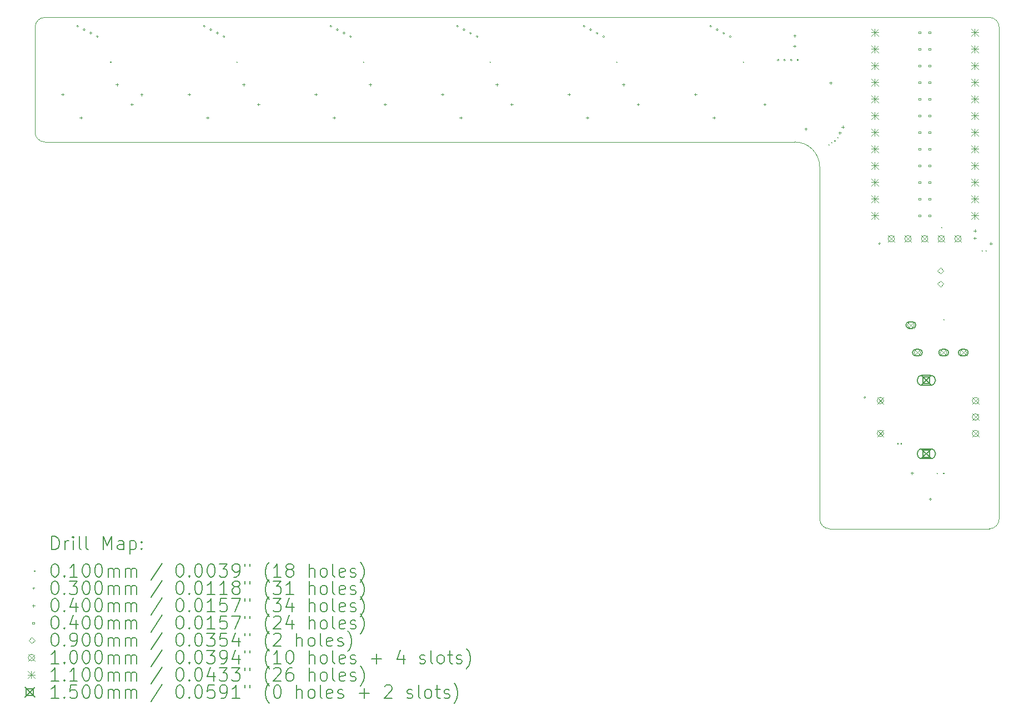
<source format=gbr>
%TF.GenerationSoftware,KiCad,Pcbnew,7.0.8*%
%TF.CreationDate,2023-10-17T10:22:31-07:00*%
%TF.ProjectId,Seismos_CoreL,53656973-6d6f-4735-9f43-6f72654c2e6b,rev?*%
%TF.SameCoordinates,Original*%
%TF.FileFunction,Drillmap*%
%TF.FilePolarity,Positive*%
%FSLAX45Y45*%
G04 Gerber Fmt 4.5, Leading zero omitted, Abs format (unit mm)*
G04 Created by KiCad (PCBNEW 7.0.8) date 2023-10-17 10:22:31*
%MOMM*%
%LPD*%
G01*
G04 APERTURE LIST*
%ADD10C,0.100000*%
%ADD11C,0.200000*%
%ADD12C,0.010000*%
%ADD13C,0.030000*%
%ADD14C,0.040000*%
%ADD15C,0.090000*%
%ADD16C,0.110000*%
%ADD17C,0.150000*%
G04 APERTURE END LIST*
D10*
X15113400Y-9800000D02*
X17550000Y-9800000D01*
X17700000Y-2150000D02*
G75*
G03*
X17550000Y-2000000I-150000J0D01*
G01*
X14963400Y-4281000D02*
X14963400Y-9650000D01*
X14963400Y-9650000D02*
G75*
G03*
X15113400Y-9800000I150000J0D01*
G01*
X3150000Y-3900000D02*
X14582400Y-3900000D01*
X3000000Y-3750000D02*
G75*
G03*
X3150000Y-3900000I150000J0D01*
G01*
X3150000Y-2000000D02*
G75*
G03*
X3000000Y-2150000I0J-150000D01*
G01*
X17700000Y-2150000D02*
X17700000Y-9650000D01*
X17550000Y-9800000D02*
G75*
G03*
X17700000Y-9650000I0J150000D01*
G01*
X14963400Y-4281000D02*
G75*
G03*
X14582400Y-3900000I-381000J0D01*
G01*
X17550000Y-2000000D02*
X3150000Y-2000000D01*
X3000000Y-2150000D02*
X3000000Y-3750000D01*
D11*
D12*
X4145000Y-2670000D02*
X4155000Y-2680000D01*
X4155000Y-2670000D02*
X4145000Y-2680000D01*
X6075000Y-2670000D02*
X6085000Y-2680000D01*
X6085000Y-2670000D02*
X6075000Y-2680000D01*
X8005000Y-2670000D02*
X8015000Y-2680000D01*
X8015000Y-2670000D02*
X8005000Y-2680000D01*
X9935000Y-2670000D02*
X9945000Y-2680000D01*
X9945000Y-2670000D02*
X9935000Y-2680000D01*
X11865000Y-2670000D02*
X11875000Y-2680000D01*
X11875000Y-2670000D02*
X11865000Y-2680000D01*
X13795000Y-2670000D02*
X13805000Y-2680000D01*
X13805000Y-2670000D02*
X13795000Y-2680000D01*
X15094500Y-3933255D02*
X15104500Y-3943255D01*
X15104500Y-3933255D02*
X15094500Y-3943255D01*
X15140450Y-3902500D02*
X15150450Y-3912500D01*
X15150450Y-3902500D02*
X15140450Y-3912500D01*
X15185850Y-3874600D02*
X15195850Y-3884600D01*
X15195850Y-3874600D02*
X15185850Y-3884600D01*
X15233500Y-3826950D02*
X15243500Y-3836950D01*
X15243500Y-3826950D02*
X15233500Y-3836950D01*
X16148950Y-8495000D02*
X16158950Y-8505000D01*
X16158950Y-8495000D02*
X16148950Y-8505000D01*
X16198901Y-8495000D02*
X16208901Y-8505000D01*
X16208901Y-8495000D02*
X16198901Y-8505000D01*
X16745000Y-8945000D02*
X16755000Y-8955000D01*
X16755000Y-8945000D02*
X16745000Y-8955000D01*
X16812600Y-5195400D02*
X16822600Y-5205400D01*
X16822600Y-5195400D02*
X16812600Y-5205400D01*
X16845000Y-8945000D02*
X16855000Y-8955000D01*
X16855000Y-8945000D02*
X16845000Y-8955000D01*
X16848000Y-6599700D02*
X16858000Y-6609700D01*
X16858000Y-6599700D02*
X16848000Y-6609700D01*
X17431306Y-5551306D02*
X17441306Y-5561306D01*
X17441306Y-5551306D02*
X17431306Y-5561306D01*
X17495000Y-5555000D02*
X17505000Y-5565000D01*
X17505000Y-5555000D02*
X17495000Y-5565000D01*
D13*
X3665000Y-2134000D02*
G75*
G03*
X3665000Y-2134000I-15000J0D01*
G01*
X3765000Y-2186650D02*
G75*
G03*
X3765000Y-2186650I-15000J0D01*
G01*
X3865000Y-2239300D02*
G75*
G03*
X3865000Y-2239300I-15000J0D01*
G01*
X3965000Y-2291950D02*
G75*
G03*
X3965000Y-2291950I-15000J0D01*
G01*
X5595000Y-2134000D02*
G75*
G03*
X5595000Y-2134000I-15000J0D01*
G01*
X5695000Y-2186650D02*
G75*
G03*
X5695000Y-2186650I-15000J0D01*
G01*
X5795000Y-2239300D02*
G75*
G03*
X5795000Y-2239300I-15000J0D01*
G01*
X5895000Y-2291950D02*
G75*
G03*
X5895000Y-2291950I-15000J0D01*
G01*
X7525000Y-2134000D02*
G75*
G03*
X7525000Y-2134000I-15000J0D01*
G01*
X7625000Y-2186650D02*
G75*
G03*
X7625000Y-2186650I-15000J0D01*
G01*
X7725000Y-2239300D02*
G75*
G03*
X7725000Y-2239300I-15000J0D01*
G01*
X7825000Y-2291950D02*
G75*
G03*
X7825000Y-2291950I-15000J0D01*
G01*
X9455000Y-2134000D02*
G75*
G03*
X9455000Y-2134000I-15000J0D01*
G01*
X9555000Y-2186650D02*
G75*
G03*
X9555000Y-2186650I-15000J0D01*
G01*
X9655000Y-2239300D02*
G75*
G03*
X9655000Y-2239300I-15000J0D01*
G01*
X9755000Y-2291950D02*
G75*
G03*
X9755000Y-2291950I-15000J0D01*
G01*
X11385000Y-2134000D02*
G75*
G03*
X11385000Y-2134000I-15000J0D01*
G01*
X11485000Y-2186650D02*
G75*
G03*
X11485000Y-2186650I-15000J0D01*
G01*
X11585000Y-2239300D02*
G75*
G03*
X11585000Y-2239300I-15000J0D01*
G01*
X11685000Y-2291950D02*
G75*
G03*
X11685000Y-2291950I-15000J0D01*
G01*
X13315000Y-2134000D02*
G75*
G03*
X13315000Y-2134000I-15000J0D01*
G01*
X13415000Y-2186650D02*
G75*
G03*
X13415000Y-2186650I-15000J0D01*
G01*
X13515000Y-2239300D02*
G75*
G03*
X13515000Y-2239300I-15000J0D01*
G01*
X13615000Y-2291950D02*
G75*
G03*
X13615000Y-2291950I-15000J0D01*
G01*
X14343400Y-2650350D02*
G75*
G03*
X14343400Y-2650350I-15000J0D01*
G01*
X14443350Y-2650350D02*
G75*
G03*
X14443350Y-2650350I-15000J0D01*
G01*
X14543301Y-2650350D02*
G75*
G03*
X14543301Y-2650350I-15000J0D01*
G01*
X14643251Y-2650350D02*
G75*
G03*
X14643251Y-2650350I-15000J0D01*
G01*
X15665000Y-7800000D02*
G75*
G03*
X15665000Y-7800000I-15000J0D01*
G01*
X15890000Y-5450000D02*
G75*
G03*
X15890000Y-5450000I-15000J0D01*
G01*
X16665000Y-9350000D02*
G75*
G03*
X16665000Y-9350000I-15000J0D01*
G01*
D14*
X3420190Y-3154930D02*
X3420190Y-3194930D01*
X3400190Y-3174930D02*
X3440190Y-3174930D01*
X3700000Y-3510000D02*
X3700000Y-3550000D01*
X3680000Y-3530000D02*
X3720000Y-3530000D01*
X4250000Y-3005000D02*
X4250000Y-3045000D01*
X4230000Y-3025000D02*
X4270000Y-3025000D01*
X4475000Y-3305000D02*
X4475000Y-3345000D01*
X4455000Y-3325000D02*
X4495000Y-3325000D01*
X4625000Y-3155000D02*
X4625000Y-3195000D01*
X4605000Y-3175000D02*
X4645000Y-3175000D01*
X5350190Y-3154930D02*
X5350190Y-3194930D01*
X5330190Y-3174930D02*
X5370190Y-3174930D01*
X5630000Y-3510000D02*
X5630000Y-3550000D01*
X5610000Y-3530000D02*
X5650000Y-3530000D01*
X6180000Y-3005000D02*
X6180000Y-3045000D01*
X6160000Y-3025000D02*
X6200000Y-3025000D01*
X6405000Y-3305000D02*
X6405000Y-3345000D01*
X6385000Y-3325000D02*
X6425000Y-3325000D01*
X7280190Y-3154930D02*
X7280190Y-3194930D01*
X7260190Y-3174930D02*
X7300190Y-3174930D01*
X7560000Y-3510000D02*
X7560000Y-3550000D01*
X7540000Y-3530000D02*
X7580000Y-3530000D01*
X8110000Y-3005000D02*
X8110000Y-3045000D01*
X8090000Y-3025000D02*
X8130000Y-3025000D01*
X8335000Y-3305000D02*
X8335000Y-3345000D01*
X8315000Y-3325000D02*
X8355000Y-3325000D01*
X9210190Y-3154930D02*
X9210190Y-3194930D01*
X9190190Y-3174930D02*
X9230190Y-3174930D01*
X9490000Y-3510000D02*
X9490000Y-3550000D01*
X9470000Y-3530000D02*
X9510000Y-3530000D01*
X10040000Y-3005000D02*
X10040000Y-3045000D01*
X10020000Y-3025000D02*
X10060000Y-3025000D01*
X10265000Y-3305000D02*
X10265000Y-3345000D01*
X10245000Y-3325000D02*
X10285000Y-3325000D01*
X11140190Y-3154930D02*
X11140190Y-3194930D01*
X11120190Y-3174930D02*
X11160190Y-3174930D01*
X11420000Y-3510000D02*
X11420000Y-3550000D01*
X11400000Y-3530000D02*
X11440000Y-3530000D01*
X11970000Y-3005000D02*
X11970000Y-3045000D01*
X11950000Y-3025000D02*
X11990000Y-3025000D01*
X12195000Y-3305000D02*
X12195000Y-3345000D01*
X12175000Y-3325000D02*
X12215000Y-3325000D01*
X13070190Y-3154930D02*
X13070190Y-3194930D01*
X13050190Y-3174930D02*
X13090190Y-3174930D01*
X13350000Y-3510000D02*
X13350000Y-3550000D01*
X13330000Y-3530000D02*
X13370000Y-3530000D01*
X14125000Y-3305000D02*
X14125000Y-3345000D01*
X14105000Y-3325000D02*
X14145000Y-3325000D01*
X14577500Y-2417500D02*
X14577500Y-2457500D01*
X14557500Y-2437500D02*
X14597500Y-2437500D01*
X14582400Y-2259400D02*
X14582400Y-2299400D01*
X14562400Y-2279400D02*
X14602400Y-2279400D01*
X14750000Y-3680000D02*
X14750000Y-3720000D01*
X14730000Y-3700000D02*
X14770000Y-3700000D01*
X15130000Y-2977500D02*
X15130000Y-3017500D01*
X15110000Y-2997500D02*
X15150000Y-2997500D01*
X15269850Y-3739300D02*
X15269850Y-3779300D01*
X15249850Y-3759300D02*
X15289850Y-3759300D01*
X15315250Y-3650281D02*
X15315250Y-3690281D01*
X15295250Y-3670281D02*
X15335250Y-3670281D01*
X16370000Y-8930000D02*
X16370000Y-8970000D01*
X16350000Y-8950000D02*
X16390000Y-8950000D01*
X17327647Y-5347647D02*
X17327647Y-5387647D01*
X17307647Y-5367647D02*
X17347647Y-5367647D01*
X17330950Y-5232550D02*
X17330950Y-5272550D01*
X17310950Y-5252550D02*
X17350950Y-5252550D01*
X17572650Y-5430000D02*
X17572650Y-5470000D01*
X17552650Y-5450000D02*
X17592650Y-5450000D01*
X16501542Y-2242742D02*
X16501542Y-2214458D01*
X16473258Y-2214458D01*
X16473258Y-2242742D01*
X16501542Y-2242742D01*
X16501542Y-2496742D02*
X16501542Y-2468458D01*
X16473258Y-2468458D01*
X16473258Y-2496742D01*
X16501542Y-2496742D01*
X16501542Y-2750742D02*
X16501542Y-2722458D01*
X16473258Y-2722458D01*
X16473258Y-2750742D01*
X16501542Y-2750742D01*
X16501542Y-3004742D02*
X16501542Y-2976458D01*
X16473258Y-2976458D01*
X16473258Y-3004742D01*
X16501542Y-3004742D01*
X16501542Y-3258742D02*
X16501542Y-3230458D01*
X16473258Y-3230458D01*
X16473258Y-3258742D01*
X16501542Y-3258742D01*
X16501542Y-3512742D02*
X16501542Y-3484458D01*
X16473258Y-3484458D01*
X16473258Y-3512742D01*
X16501542Y-3512742D01*
X16501542Y-3766742D02*
X16501542Y-3738458D01*
X16473258Y-3738458D01*
X16473258Y-3766742D01*
X16501542Y-3766742D01*
X16501542Y-4020742D02*
X16501542Y-3992458D01*
X16473258Y-3992458D01*
X16473258Y-4020742D01*
X16501542Y-4020742D01*
X16501542Y-4274742D02*
X16501542Y-4246458D01*
X16473258Y-4246458D01*
X16473258Y-4274742D01*
X16501542Y-4274742D01*
X16501542Y-4528742D02*
X16501542Y-4500458D01*
X16473258Y-4500458D01*
X16473258Y-4528742D01*
X16501542Y-4528742D01*
X16501542Y-4782742D02*
X16501542Y-4754458D01*
X16473258Y-4754458D01*
X16473258Y-4782742D01*
X16501542Y-4782742D01*
X16501542Y-5036742D02*
X16501542Y-5008458D01*
X16473258Y-5008458D01*
X16473258Y-5036742D01*
X16501542Y-5036742D01*
X16653942Y-2242742D02*
X16653942Y-2214458D01*
X16625658Y-2214458D01*
X16625658Y-2242742D01*
X16653942Y-2242742D01*
X16653942Y-2496742D02*
X16653942Y-2468458D01*
X16625658Y-2468458D01*
X16625658Y-2496742D01*
X16653942Y-2496742D01*
X16653942Y-2750742D02*
X16653942Y-2722458D01*
X16625658Y-2722458D01*
X16625658Y-2750742D01*
X16653942Y-2750742D01*
X16653942Y-3004742D02*
X16653942Y-2976458D01*
X16625658Y-2976458D01*
X16625658Y-3004742D01*
X16653942Y-3004742D01*
X16653942Y-3258742D02*
X16653942Y-3230458D01*
X16625658Y-3230458D01*
X16625658Y-3258742D01*
X16653942Y-3258742D01*
X16653942Y-3512742D02*
X16653942Y-3484458D01*
X16625658Y-3484458D01*
X16625658Y-3512742D01*
X16653942Y-3512742D01*
X16653942Y-3766742D02*
X16653942Y-3738458D01*
X16625658Y-3738458D01*
X16625658Y-3766742D01*
X16653942Y-3766742D01*
X16653942Y-4020742D02*
X16653942Y-3992458D01*
X16625658Y-3992458D01*
X16625658Y-4020742D01*
X16653942Y-4020742D01*
X16653942Y-4274742D02*
X16653942Y-4246458D01*
X16625658Y-4246458D01*
X16625658Y-4274742D01*
X16653942Y-4274742D01*
X16653942Y-4528742D02*
X16653942Y-4500458D01*
X16625658Y-4500458D01*
X16625658Y-4528742D01*
X16653942Y-4528742D01*
X16653942Y-4782742D02*
X16653942Y-4754458D01*
X16625658Y-4754458D01*
X16625658Y-4782742D01*
X16653942Y-4782742D01*
X16653942Y-5036742D02*
X16653942Y-5008458D01*
X16625658Y-5008458D01*
X16625658Y-5036742D01*
X16653942Y-5036742D01*
D15*
X16805050Y-5908200D02*
X16850050Y-5863200D01*
X16805050Y-5818200D01*
X16760050Y-5863200D01*
X16805050Y-5908200D01*
X16805050Y-6108200D02*
X16850050Y-6063200D01*
X16805050Y-6018200D01*
X16760050Y-6063200D01*
X16805050Y-6108200D01*
D10*
X15839000Y-7796000D02*
X15939000Y-7896000D01*
X15939000Y-7796000D02*
X15839000Y-7896000D01*
X15939000Y-7846000D02*
G75*
G03*
X15939000Y-7846000I-50000J0D01*
G01*
X15839000Y-8296000D02*
X15939000Y-8396000D01*
X15939000Y-8296000D02*
X15839000Y-8396000D01*
X15939000Y-8346000D02*
G75*
G03*
X15939000Y-8346000I-50000J0D01*
G01*
X16005600Y-5326600D02*
X16105600Y-5426600D01*
X16105600Y-5326600D02*
X16005600Y-5426600D01*
X16105600Y-5376600D02*
G75*
G03*
X16105600Y-5376600I-50000J0D01*
G01*
X16259600Y-5326600D02*
X16359600Y-5426600D01*
X16359600Y-5326600D02*
X16259600Y-5426600D01*
X16359600Y-5376600D02*
G75*
G03*
X16359600Y-5376600I-50000J0D01*
G01*
X16303000Y-6642500D02*
X16403000Y-6742500D01*
X16403000Y-6642500D02*
X16303000Y-6742500D01*
X16403000Y-6692500D02*
G75*
G03*
X16403000Y-6692500I-50000J0D01*
G01*
D11*
X16378000Y-6642500D02*
X16328000Y-6642500D01*
X16328000Y-6642500D02*
G75*
G03*
X16328000Y-6742500I0J-50000D01*
G01*
X16328000Y-6742500D02*
X16378000Y-6742500D01*
X16378000Y-6742500D02*
G75*
G03*
X16378000Y-6642500I0J50000D01*
G01*
D10*
X16403000Y-7062500D02*
X16503000Y-7162500D01*
X16503000Y-7062500D02*
X16403000Y-7162500D01*
X16503000Y-7112500D02*
G75*
G03*
X16503000Y-7112500I-50000J0D01*
G01*
D11*
X16478000Y-7062500D02*
X16428000Y-7062500D01*
X16428000Y-7062500D02*
G75*
G03*
X16428000Y-7162500I0J-50000D01*
G01*
X16428000Y-7162500D02*
X16478000Y-7162500D01*
X16478000Y-7162500D02*
G75*
G03*
X16478000Y-7062500I0J50000D01*
G01*
D10*
X16513600Y-5326600D02*
X16613600Y-5426600D01*
X16613600Y-5326600D02*
X16513600Y-5426600D01*
X16613600Y-5376600D02*
G75*
G03*
X16613600Y-5376600I-50000J0D01*
G01*
X16767600Y-5326600D02*
X16867600Y-5426600D01*
X16867600Y-5326600D02*
X16767600Y-5426600D01*
X16867600Y-5376600D02*
G75*
G03*
X16867600Y-5376600I-50000J0D01*
G01*
X16803000Y-7062500D02*
X16903000Y-7162500D01*
X16903000Y-7062500D02*
X16803000Y-7162500D01*
X16903000Y-7112500D02*
G75*
G03*
X16903000Y-7112500I-50000J0D01*
G01*
D11*
X16878000Y-7062500D02*
X16828000Y-7062500D01*
X16828000Y-7062500D02*
G75*
G03*
X16828000Y-7162500I0J-50000D01*
G01*
X16828000Y-7162500D02*
X16878000Y-7162500D01*
X16878000Y-7162500D02*
G75*
G03*
X16878000Y-7062500I0J50000D01*
G01*
D10*
X17021600Y-5326600D02*
X17121600Y-5426600D01*
X17121600Y-5326600D02*
X17021600Y-5426600D01*
X17121600Y-5376600D02*
G75*
G03*
X17121600Y-5376600I-50000J0D01*
G01*
X17103000Y-7062500D02*
X17203000Y-7162500D01*
X17203000Y-7062500D02*
X17103000Y-7162500D01*
X17203000Y-7112500D02*
G75*
G03*
X17203000Y-7112500I-50000J0D01*
G01*
D11*
X17178000Y-7062500D02*
X17128000Y-7062500D01*
X17128000Y-7062500D02*
G75*
G03*
X17128000Y-7162500I0J-50000D01*
G01*
X17128000Y-7162500D02*
X17178000Y-7162500D01*
X17178000Y-7162500D02*
G75*
G03*
X17178000Y-7062500I0J50000D01*
G01*
D10*
X17289000Y-7796000D02*
X17389000Y-7896000D01*
X17389000Y-7796000D02*
X17289000Y-7896000D01*
X17389000Y-7846000D02*
G75*
G03*
X17389000Y-7846000I-50000J0D01*
G01*
X17289000Y-8046000D02*
X17389000Y-8146000D01*
X17389000Y-8046000D02*
X17289000Y-8146000D01*
X17389000Y-8096000D02*
G75*
G03*
X17389000Y-8096000I-50000J0D01*
G01*
X17289000Y-8296000D02*
X17389000Y-8396000D01*
X17389000Y-8296000D02*
X17289000Y-8396000D01*
X17389000Y-8346000D02*
G75*
G03*
X17389000Y-8346000I-50000J0D01*
G01*
D16*
X15746600Y-2173600D02*
X15856600Y-2283600D01*
X15856600Y-2173600D02*
X15746600Y-2283600D01*
X15801600Y-2173600D02*
X15801600Y-2283600D01*
X15746600Y-2228600D02*
X15856600Y-2228600D01*
X15746600Y-2173600D02*
X15856600Y-2283600D01*
X15856600Y-2173600D02*
X15746600Y-2283600D01*
X15801600Y-2173600D02*
X15801600Y-2283600D01*
X15746600Y-2228600D02*
X15856600Y-2228600D01*
X15746600Y-2427600D02*
X15856600Y-2537600D01*
X15856600Y-2427600D02*
X15746600Y-2537600D01*
X15801600Y-2427600D02*
X15801600Y-2537600D01*
X15746600Y-2482600D02*
X15856600Y-2482600D01*
X15746600Y-2681600D02*
X15856600Y-2791600D01*
X15856600Y-2681600D02*
X15746600Y-2791600D01*
X15801600Y-2681600D02*
X15801600Y-2791600D01*
X15746600Y-2736600D02*
X15856600Y-2736600D01*
X15746600Y-2935600D02*
X15856600Y-3045600D01*
X15856600Y-2935600D02*
X15746600Y-3045600D01*
X15801600Y-2935600D02*
X15801600Y-3045600D01*
X15746600Y-2990600D02*
X15856600Y-2990600D01*
X15746600Y-3189600D02*
X15856600Y-3299600D01*
X15856600Y-3189600D02*
X15746600Y-3299600D01*
X15801600Y-3189600D02*
X15801600Y-3299600D01*
X15746600Y-3244600D02*
X15856600Y-3244600D01*
X15746600Y-3443600D02*
X15856600Y-3553600D01*
X15856600Y-3443600D02*
X15746600Y-3553600D01*
X15801600Y-3443600D02*
X15801600Y-3553600D01*
X15746600Y-3498600D02*
X15856600Y-3498600D01*
X15746600Y-3697600D02*
X15856600Y-3807600D01*
X15856600Y-3697600D02*
X15746600Y-3807600D01*
X15801600Y-3697600D02*
X15801600Y-3807600D01*
X15746600Y-3752600D02*
X15856600Y-3752600D01*
X15746600Y-3951600D02*
X15856600Y-4061600D01*
X15856600Y-3951600D02*
X15746600Y-4061600D01*
X15801600Y-3951600D02*
X15801600Y-4061600D01*
X15746600Y-4006600D02*
X15856600Y-4006600D01*
X15746600Y-4205600D02*
X15856600Y-4315600D01*
X15856600Y-4205600D02*
X15746600Y-4315600D01*
X15801600Y-4205600D02*
X15801600Y-4315600D01*
X15746600Y-4260600D02*
X15856600Y-4260600D01*
X15746600Y-4459600D02*
X15856600Y-4569600D01*
X15856600Y-4459600D02*
X15746600Y-4569600D01*
X15801600Y-4459600D02*
X15801600Y-4569600D01*
X15746600Y-4514600D02*
X15856600Y-4514600D01*
X15746600Y-4713600D02*
X15856600Y-4823600D01*
X15856600Y-4713600D02*
X15746600Y-4823600D01*
X15801600Y-4713600D02*
X15801600Y-4823600D01*
X15746600Y-4768600D02*
X15856600Y-4768600D01*
X15746600Y-4967600D02*
X15856600Y-5077600D01*
X15856600Y-4967600D02*
X15746600Y-5077600D01*
X15801600Y-4967600D02*
X15801600Y-5077600D01*
X15746600Y-5022600D02*
X15856600Y-5022600D01*
X17270600Y-2173600D02*
X17380600Y-2283600D01*
X17380600Y-2173600D02*
X17270600Y-2283600D01*
X17325600Y-2173600D02*
X17325600Y-2283600D01*
X17270600Y-2228600D02*
X17380600Y-2228600D01*
X17270600Y-2173600D02*
X17380600Y-2283600D01*
X17380600Y-2173600D02*
X17270600Y-2283600D01*
X17325600Y-2173600D02*
X17325600Y-2283600D01*
X17270600Y-2228600D02*
X17380600Y-2228600D01*
X17270600Y-2427600D02*
X17380600Y-2537600D01*
X17380600Y-2427600D02*
X17270600Y-2537600D01*
X17325600Y-2427600D02*
X17325600Y-2537600D01*
X17270600Y-2482600D02*
X17380600Y-2482600D01*
X17270600Y-2681600D02*
X17380600Y-2791600D01*
X17380600Y-2681600D02*
X17270600Y-2791600D01*
X17325600Y-2681600D02*
X17325600Y-2791600D01*
X17270600Y-2736600D02*
X17380600Y-2736600D01*
X17270600Y-2935600D02*
X17380600Y-3045600D01*
X17380600Y-2935600D02*
X17270600Y-3045600D01*
X17325600Y-2935600D02*
X17325600Y-3045600D01*
X17270600Y-2990600D02*
X17380600Y-2990600D01*
X17270600Y-3189600D02*
X17380600Y-3299600D01*
X17380600Y-3189600D02*
X17270600Y-3299600D01*
X17325600Y-3189600D02*
X17325600Y-3299600D01*
X17270600Y-3244600D02*
X17380600Y-3244600D01*
X17270600Y-3443600D02*
X17380600Y-3553600D01*
X17380600Y-3443600D02*
X17270600Y-3553600D01*
X17325600Y-3443600D02*
X17325600Y-3553600D01*
X17270600Y-3498600D02*
X17380600Y-3498600D01*
X17270600Y-3697600D02*
X17380600Y-3807600D01*
X17380600Y-3697600D02*
X17270600Y-3807600D01*
X17325600Y-3697600D02*
X17325600Y-3807600D01*
X17270600Y-3752600D02*
X17380600Y-3752600D01*
X17270600Y-3951600D02*
X17380600Y-4061600D01*
X17380600Y-3951600D02*
X17270600Y-4061600D01*
X17325600Y-3951600D02*
X17325600Y-4061600D01*
X17270600Y-4006600D02*
X17380600Y-4006600D01*
X17270600Y-4205600D02*
X17380600Y-4315600D01*
X17380600Y-4205600D02*
X17270600Y-4315600D01*
X17325600Y-4205600D02*
X17325600Y-4315600D01*
X17270600Y-4260600D02*
X17380600Y-4260600D01*
X17270600Y-4459600D02*
X17380600Y-4569600D01*
X17380600Y-4459600D02*
X17270600Y-4569600D01*
X17325600Y-4459600D02*
X17325600Y-4569600D01*
X17270600Y-4514600D02*
X17380600Y-4514600D01*
X17270600Y-4713600D02*
X17380600Y-4823600D01*
X17380600Y-4713600D02*
X17270600Y-4823600D01*
X17325600Y-4713600D02*
X17325600Y-4823600D01*
X17270600Y-4768600D02*
X17380600Y-4768600D01*
X17270600Y-4967600D02*
X17380600Y-5077600D01*
X17380600Y-4967600D02*
X17270600Y-5077600D01*
X17325600Y-4967600D02*
X17325600Y-5077600D01*
X17270600Y-5022600D02*
X17380600Y-5022600D01*
D17*
X16514000Y-7461000D02*
X16664000Y-7611000D01*
X16664000Y-7461000D02*
X16514000Y-7611000D01*
X16642033Y-7589033D02*
X16642033Y-7482966D01*
X16535966Y-7482966D01*
X16535966Y-7589033D01*
X16642033Y-7589033D01*
D11*
X16654000Y-7461000D02*
X16524000Y-7461000D01*
X16524000Y-7461000D02*
G75*
G03*
X16524000Y-7611000I0J-75000D01*
G01*
X16524000Y-7611000D02*
X16654000Y-7611000D01*
X16654000Y-7611000D02*
G75*
G03*
X16654000Y-7461000I0J75000D01*
G01*
D17*
X16514000Y-8581000D02*
X16664000Y-8731000D01*
X16664000Y-8581000D02*
X16514000Y-8731000D01*
X16642033Y-8709034D02*
X16642033Y-8602967D01*
X16535966Y-8602967D01*
X16535966Y-8709034D01*
X16642033Y-8709034D01*
D11*
X16654000Y-8581000D02*
X16524000Y-8581000D01*
X16524000Y-8581000D02*
G75*
G03*
X16524000Y-8731000I0J-75000D01*
G01*
X16524000Y-8731000D02*
X16654000Y-8731000D01*
X16654000Y-8731000D02*
G75*
G03*
X16654000Y-8581000I0J75000D01*
G01*
X3255777Y-10116484D02*
X3255777Y-9916484D01*
X3255777Y-9916484D02*
X3303396Y-9916484D01*
X3303396Y-9916484D02*
X3331967Y-9926008D01*
X3331967Y-9926008D02*
X3351015Y-9945055D01*
X3351015Y-9945055D02*
X3360539Y-9964103D01*
X3360539Y-9964103D02*
X3370062Y-10002198D01*
X3370062Y-10002198D02*
X3370062Y-10030770D01*
X3370062Y-10030770D02*
X3360539Y-10068865D01*
X3360539Y-10068865D02*
X3351015Y-10087912D01*
X3351015Y-10087912D02*
X3331967Y-10106960D01*
X3331967Y-10106960D02*
X3303396Y-10116484D01*
X3303396Y-10116484D02*
X3255777Y-10116484D01*
X3455777Y-10116484D02*
X3455777Y-9983150D01*
X3455777Y-10021246D02*
X3465301Y-10002198D01*
X3465301Y-10002198D02*
X3474824Y-9992674D01*
X3474824Y-9992674D02*
X3493872Y-9983150D01*
X3493872Y-9983150D02*
X3512920Y-9983150D01*
X3579586Y-10116484D02*
X3579586Y-9983150D01*
X3579586Y-9916484D02*
X3570062Y-9926008D01*
X3570062Y-9926008D02*
X3579586Y-9935531D01*
X3579586Y-9935531D02*
X3589110Y-9926008D01*
X3589110Y-9926008D02*
X3579586Y-9916484D01*
X3579586Y-9916484D02*
X3579586Y-9935531D01*
X3703396Y-10116484D02*
X3684348Y-10106960D01*
X3684348Y-10106960D02*
X3674824Y-10087912D01*
X3674824Y-10087912D02*
X3674824Y-9916484D01*
X3808158Y-10116484D02*
X3789110Y-10106960D01*
X3789110Y-10106960D02*
X3779586Y-10087912D01*
X3779586Y-10087912D02*
X3779586Y-9916484D01*
X4036729Y-10116484D02*
X4036729Y-9916484D01*
X4036729Y-9916484D02*
X4103396Y-10059341D01*
X4103396Y-10059341D02*
X4170062Y-9916484D01*
X4170062Y-9916484D02*
X4170062Y-10116484D01*
X4351015Y-10116484D02*
X4351015Y-10011722D01*
X4351015Y-10011722D02*
X4341491Y-9992674D01*
X4341491Y-9992674D02*
X4322444Y-9983150D01*
X4322444Y-9983150D02*
X4284348Y-9983150D01*
X4284348Y-9983150D02*
X4265301Y-9992674D01*
X4351015Y-10106960D02*
X4331967Y-10116484D01*
X4331967Y-10116484D02*
X4284348Y-10116484D01*
X4284348Y-10116484D02*
X4265301Y-10106960D01*
X4265301Y-10106960D02*
X4255777Y-10087912D01*
X4255777Y-10087912D02*
X4255777Y-10068865D01*
X4255777Y-10068865D02*
X4265301Y-10049817D01*
X4265301Y-10049817D02*
X4284348Y-10040293D01*
X4284348Y-10040293D02*
X4331967Y-10040293D01*
X4331967Y-10040293D02*
X4351015Y-10030770D01*
X4446253Y-9983150D02*
X4446253Y-10183150D01*
X4446253Y-9992674D02*
X4465301Y-9983150D01*
X4465301Y-9983150D02*
X4503396Y-9983150D01*
X4503396Y-9983150D02*
X4522444Y-9992674D01*
X4522444Y-9992674D02*
X4531967Y-10002198D01*
X4531967Y-10002198D02*
X4541491Y-10021246D01*
X4541491Y-10021246D02*
X4541491Y-10078389D01*
X4541491Y-10078389D02*
X4531967Y-10097436D01*
X4531967Y-10097436D02*
X4522444Y-10106960D01*
X4522444Y-10106960D02*
X4503396Y-10116484D01*
X4503396Y-10116484D02*
X4465301Y-10116484D01*
X4465301Y-10116484D02*
X4446253Y-10106960D01*
X4627205Y-10097436D02*
X4636729Y-10106960D01*
X4636729Y-10106960D02*
X4627205Y-10116484D01*
X4627205Y-10116484D02*
X4617682Y-10106960D01*
X4617682Y-10106960D02*
X4627205Y-10097436D01*
X4627205Y-10097436D02*
X4627205Y-10116484D01*
X4627205Y-9992674D02*
X4636729Y-10002198D01*
X4636729Y-10002198D02*
X4627205Y-10011722D01*
X4627205Y-10011722D02*
X4617682Y-10002198D01*
X4617682Y-10002198D02*
X4627205Y-9992674D01*
X4627205Y-9992674D02*
X4627205Y-10011722D01*
D12*
X2985000Y-10440000D02*
X2995000Y-10450000D01*
X2995000Y-10440000D02*
X2985000Y-10450000D01*
D11*
X3293872Y-10336484D02*
X3312920Y-10336484D01*
X3312920Y-10336484D02*
X3331967Y-10346008D01*
X3331967Y-10346008D02*
X3341491Y-10355531D01*
X3341491Y-10355531D02*
X3351015Y-10374579D01*
X3351015Y-10374579D02*
X3360539Y-10412674D01*
X3360539Y-10412674D02*
X3360539Y-10460293D01*
X3360539Y-10460293D02*
X3351015Y-10498389D01*
X3351015Y-10498389D02*
X3341491Y-10517436D01*
X3341491Y-10517436D02*
X3331967Y-10526960D01*
X3331967Y-10526960D02*
X3312920Y-10536484D01*
X3312920Y-10536484D02*
X3293872Y-10536484D01*
X3293872Y-10536484D02*
X3274824Y-10526960D01*
X3274824Y-10526960D02*
X3265301Y-10517436D01*
X3265301Y-10517436D02*
X3255777Y-10498389D01*
X3255777Y-10498389D02*
X3246253Y-10460293D01*
X3246253Y-10460293D02*
X3246253Y-10412674D01*
X3246253Y-10412674D02*
X3255777Y-10374579D01*
X3255777Y-10374579D02*
X3265301Y-10355531D01*
X3265301Y-10355531D02*
X3274824Y-10346008D01*
X3274824Y-10346008D02*
X3293872Y-10336484D01*
X3446253Y-10517436D02*
X3455777Y-10526960D01*
X3455777Y-10526960D02*
X3446253Y-10536484D01*
X3446253Y-10536484D02*
X3436729Y-10526960D01*
X3436729Y-10526960D02*
X3446253Y-10517436D01*
X3446253Y-10517436D02*
X3446253Y-10536484D01*
X3646253Y-10536484D02*
X3531967Y-10536484D01*
X3589110Y-10536484D02*
X3589110Y-10336484D01*
X3589110Y-10336484D02*
X3570062Y-10365055D01*
X3570062Y-10365055D02*
X3551015Y-10384103D01*
X3551015Y-10384103D02*
X3531967Y-10393627D01*
X3770062Y-10336484D02*
X3789110Y-10336484D01*
X3789110Y-10336484D02*
X3808158Y-10346008D01*
X3808158Y-10346008D02*
X3817682Y-10355531D01*
X3817682Y-10355531D02*
X3827205Y-10374579D01*
X3827205Y-10374579D02*
X3836729Y-10412674D01*
X3836729Y-10412674D02*
X3836729Y-10460293D01*
X3836729Y-10460293D02*
X3827205Y-10498389D01*
X3827205Y-10498389D02*
X3817682Y-10517436D01*
X3817682Y-10517436D02*
X3808158Y-10526960D01*
X3808158Y-10526960D02*
X3789110Y-10536484D01*
X3789110Y-10536484D02*
X3770062Y-10536484D01*
X3770062Y-10536484D02*
X3751015Y-10526960D01*
X3751015Y-10526960D02*
X3741491Y-10517436D01*
X3741491Y-10517436D02*
X3731967Y-10498389D01*
X3731967Y-10498389D02*
X3722443Y-10460293D01*
X3722443Y-10460293D02*
X3722443Y-10412674D01*
X3722443Y-10412674D02*
X3731967Y-10374579D01*
X3731967Y-10374579D02*
X3741491Y-10355531D01*
X3741491Y-10355531D02*
X3751015Y-10346008D01*
X3751015Y-10346008D02*
X3770062Y-10336484D01*
X3960539Y-10336484D02*
X3979586Y-10336484D01*
X3979586Y-10336484D02*
X3998634Y-10346008D01*
X3998634Y-10346008D02*
X4008158Y-10355531D01*
X4008158Y-10355531D02*
X4017682Y-10374579D01*
X4017682Y-10374579D02*
X4027205Y-10412674D01*
X4027205Y-10412674D02*
X4027205Y-10460293D01*
X4027205Y-10460293D02*
X4017682Y-10498389D01*
X4017682Y-10498389D02*
X4008158Y-10517436D01*
X4008158Y-10517436D02*
X3998634Y-10526960D01*
X3998634Y-10526960D02*
X3979586Y-10536484D01*
X3979586Y-10536484D02*
X3960539Y-10536484D01*
X3960539Y-10536484D02*
X3941491Y-10526960D01*
X3941491Y-10526960D02*
X3931967Y-10517436D01*
X3931967Y-10517436D02*
X3922443Y-10498389D01*
X3922443Y-10498389D02*
X3912920Y-10460293D01*
X3912920Y-10460293D02*
X3912920Y-10412674D01*
X3912920Y-10412674D02*
X3922443Y-10374579D01*
X3922443Y-10374579D02*
X3931967Y-10355531D01*
X3931967Y-10355531D02*
X3941491Y-10346008D01*
X3941491Y-10346008D02*
X3960539Y-10336484D01*
X4112920Y-10536484D02*
X4112920Y-10403150D01*
X4112920Y-10422198D02*
X4122443Y-10412674D01*
X4122443Y-10412674D02*
X4141491Y-10403150D01*
X4141491Y-10403150D02*
X4170063Y-10403150D01*
X4170063Y-10403150D02*
X4189110Y-10412674D01*
X4189110Y-10412674D02*
X4198634Y-10431722D01*
X4198634Y-10431722D02*
X4198634Y-10536484D01*
X4198634Y-10431722D02*
X4208158Y-10412674D01*
X4208158Y-10412674D02*
X4227205Y-10403150D01*
X4227205Y-10403150D02*
X4255777Y-10403150D01*
X4255777Y-10403150D02*
X4274825Y-10412674D01*
X4274825Y-10412674D02*
X4284348Y-10431722D01*
X4284348Y-10431722D02*
X4284348Y-10536484D01*
X4379586Y-10536484D02*
X4379586Y-10403150D01*
X4379586Y-10422198D02*
X4389110Y-10412674D01*
X4389110Y-10412674D02*
X4408158Y-10403150D01*
X4408158Y-10403150D02*
X4436729Y-10403150D01*
X4436729Y-10403150D02*
X4455777Y-10412674D01*
X4455777Y-10412674D02*
X4465301Y-10431722D01*
X4465301Y-10431722D02*
X4465301Y-10536484D01*
X4465301Y-10431722D02*
X4474825Y-10412674D01*
X4474825Y-10412674D02*
X4493872Y-10403150D01*
X4493872Y-10403150D02*
X4522444Y-10403150D01*
X4522444Y-10403150D02*
X4541491Y-10412674D01*
X4541491Y-10412674D02*
X4551015Y-10431722D01*
X4551015Y-10431722D02*
X4551015Y-10536484D01*
X4941491Y-10326960D02*
X4770063Y-10584103D01*
X5198634Y-10336484D02*
X5217682Y-10336484D01*
X5217682Y-10336484D02*
X5236729Y-10346008D01*
X5236729Y-10346008D02*
X5246253Y-10355531D01*
X5246253Y-10355531D02*
X5255777Y-10374579D01*
X5255777Y-10374579D02*
X5265301Y-10412674D01*
X5265301Y-10412674D02*
X5265301Y-10460293D01*
X5265301Y-10460293D02*
X5255777Y-10498389D01*
X5255777Y-10498389D02*
X5246253Y-10517436D01*
X5246253Y-10517436D02*
X5236729Y-10526960D01*
X5236729Y-10526960D02*
X5217682Y-10536484D01*
X5217682Y-10536484D02*
X5198634Y-10536484D01*
X5198634Y-10536484D02*
X5179587Y-10526960D01*
X5179587Y-10526960D02*
X5170063Y-10517436D01*
X5170063Y-10517436D02*
X5160539Y-10498389D01*
X5160539Y-10498389D02*
X5151015Y-10460293D01*
X5151015Y-10460293D02*
X5151015Y-10412674D01*
X5151015Y-10412674D02*
X5160539Y-10374579D01*
X5160539Y-10374579D02*
X5170063Y-10355531D01*
X5170063Y-10355531D02*
X5179587Y-10346008D01*
X5179587Y-10346008D02*
X5198634Y-10336484D01*
X5351015Y-10517436D02*
X5360539Y-10526960D01*
X5360539Y-10526960D02*
X5351015Y-10536484D01*
X5351015Y-10536484D02*
X5341491Y-10526960D01*
X5341491Y-10526960D02*
X5351015Y-10517436D01*
X5351015Y-10517436D02*
X5351015Y-10536484D01*
X5484348Y-10336484D02*
X5503396Y-10336484D01*
X5503396Y-10336484D02*
X5522444Y-10346008D01*
X5522444Y-10346008D02*
X5531968Y-10355531D01*
X5531968Y-10355531D02*
X5541491Y-10374579D01*
X5541491Y-10374579D02*
X5551015Y-10412674D01*
X5551015Y-10412674D02*
X5551015Y-10460293D01*
X5551015Y-10460293D02*
X5541491Y-10498389D01*
X5541491Y-10498389D02*
X5531968Y-10517436D01*
X5531968Y-10517436D02*
X5522444Y-10526960D01*
X5522444Y-10526960D02*
X5503396Y-10536484D01*
X5503396Y-10536484D02*
X5484348Y-10536484D01*
X5484348Y-10536484D02*
X5465301Y-10526960D01*
X5465301Y-10526960D02*
X5455777Y-10517436D01*
X5455777Y-10517436D02*
X5446253Y-10498389D01*
X5446253Y-10498389D02*
X5436729Y-10460293D01*
X5436729Y-10460293D02*
X5436729Y-10412674D01*
X5436729Y-10412674D02*
X5446253Y-10374579D01*
X5446253Y-10374579D02*
X5455777Y-10355531D01*
X5455777Y-10355531D02*
X5465301Y-10346008D01*
X5465301Y-10346008D02*
X5484348Y-10336484D01*
X5674825Y-10336484D02*
X5693872Y-10336484D01*
X5693872Y-10336484D02*
X5712920Y-10346008D01*
X5712920Y-10346008D02*
X5722444Y-10355531D01*
X5722444Y-10355531D02*
X5731967Y-10374579D01*
X5731967Y-10374579D02*
X5741491Y-10412674D01*
X5741491Y-10412674D02*
X5741491Y-10460293D01*
X5741491Y-10460293D02*
X5731967Y-10498389D01*
X5731967Y-10498389D02*
X5722444Y-10517436D01*
X5722444Y-10517436D02*
X5712920Y-10526960D01*
X5712920Y-10526960D02*
X5693872Y-10536484D01*
X5693872Y-10536484D02*
X5674825Y-10536484D01*
X5674825Y-10536484D02*
X5655777Y-10526960D01*
X5655777Y-10526960D02*
X5646253Y-10517436D01*
X5646253Y-10517436D02*
X5636729Y-10498389D01*
X5636729Y-10498389D02*
X5627206Y-10460293D01*
X5627206Y-10460293D02*
X5627206Y-10412674D01*
X5627206Y-10412674D02*
X5636729Y-10374579D01*
X5636729Y-10374579D02*
X5646253Y-10355531D01*
X5646253Y-10355531D02*
X5655777Y-10346008D01*
X5655777Y-10346008D02*
X5674825Y-10336484D01*
X5808158Y-10336484D02*
X5931967Y-10336484D01*
X5931967Y-10336484D02*
X5865301Y-10412674D01*
X5865301Y-10412674D02*
X5893872Y-10412674D01*
X5893872Y-10412674D02*
X5912920Y-10422198D01*
X5912920Y-10422198D02*
X5922444Y-10431722D01*
X5922444Y-10431722D02*
X5931967Y-10450770D01*
X5931967Y-10450770D02*
X5931967Y-10498389D01*
X5931967Y-10498389D02*
X5922444Y-10517436D01*
X5922444Y-10517436D02*
X5912920Y-10526960D01*
X5912920Y-10526960D02*
X5893872Y-10536484D01*
X5893872Y-10536484D02*
X5836729Y-10536484D01*
X5836729Y-10536484D02*
X5817682Y-10526960D01*
X5817682Y-10526960D02*
X5808158Y-10517436D01*
X6027206Y-10536484D02*
X6065301Y-10536484D01*
X6065301Y-10536484D02*
X6084348Y-10526960D01*
X6084348Y-10526960D02*
X6093872Y-10517436D01*
X6093872Y-10517436D02*
X6112920Y-10488865D01*
X6112920Y-10488865D02*
X6122444Y-10450770D01*
X6122444Y-10450770D02*
X6122444Y-10374579D01*
X6122444Y-10374579D02*
X6112920Y-10355531D01*
X6112920Y-10355531D02*
X6103396Y-10346008D01*
X6103396Y-10346008D02*
X6084348Y-10336484D01*
X6084348Y-10336484D02*
X6046253Y-10336484D01*
X6046253Y-10336484D02*
X6027206Y-10346008D01*
X6027206Y-10346008D02*
X6017682Y-10355531D01*
X6017682Y-10355531D02*
X6008158Y-10374579D01*
X6008158Y-10374579D02*
X6008158Y-10422198D01*
X6008158Y-10422198D02*
X6017682Y-10441246D01*
X6017682Y-10441246D02*
X6027206Y-10450770D01*
X6027206Y-10450770D02*
X6046253Y-10460293D01*
X6046253Y-10460293D02*
X6084348Y-10460293D01*
X6084348Y-10460293D02*
X6103396Y-10450770D01*
X6103396Y-10450770D02*
X6112920Y-10441246D01*
X6112920Y-10441246D02*
X6122444Y-10422198D01*
X6198634Y-10336484D02*
X6198634Y-10374579D01*
X6274825Y-10336484D02*
X6274825Y-10374579D01*
X6570063Y-10612674D02*
X6560539Y-10603150D01*
X6560539Y-10603150D02*
X6541491Y-10574579D01*
X6541491Y-10574579D02*
X6531968Y-10555531D01*
X6531968Y-10555531D02*
X6522444Y-10526960D01*
X6522444Y-10526960D02*
X6512920Y-10479341D01*
X6512920Y-10479341D02*
X6512920Y-10441246D01*
X6512920Y-10441246D02*
X6522444Y-10393627D01*
X6522444Y-10393627D02*
X6531968Y-10365055D01*
X6531968Y-10365055D02*
X6541491Y-10346008D01*
X6541491Y-10346008D02*
X6560539Y-10317436D01*
X6560539Y-10317436D02*
X6570063Y-10307912D01*
X6751015Y-10536484D02*
X6636729Y-10536484D01*
X6693872Y-10536484D02*
X6693872Y-10336484D01*
X6693872Y-10336484D02*
X6674825Y-10365055D01*
X6674825Y-10365055D02*
X6655777Y-10384103D01*
X6655777Y-10384103D02*
X6636729Y-10393627D01*
X6865301Y-10422198D02*
X6846253Y-10412674D01*
X6846253Y-10412674D02*
X6836729Y-10403150D01*
X6836729Y-10403150D02*
X6827206Y-10384103D01*
X6827206Y-10384103D02*
X6827206Y-10374579D01*
X6827206Y-10374579D02*
X6836729Y-10355531D01*
X6836729Y-10355531D02*
X6846253Y-10346008D01*
X6846253Y-10346008D02*
X6865301Y-10336484D01*
X6865301Y-10336484D02*
X6903396Y-10336484D01*
X6903396Y-10336484D02*
X6922444Y-10346008D01*
X6922444Y-10346008D02*
X6931968Y-10355531D01*
X6931968Y-10355531D02*
X6941491Y-10374579D01*
X6941491Y-10374579D02*
X6941491Y-10384103D01*
X6941491Y-10384103D02*
X6931968Y-10403150D01*
X6931968Y-10403150D02*
X6922444Y-10412674D01*
X6922444Y-10412674D02*
X6903396Y-10422198D01*
X6903396Y-10422198D02*
X6865301Y-10422198D01*
X6865301Y-10422198D02*
X6846253Y-10431722D01*
X6846253Y-10431722D02*
X6836729Y-10441246D01*
X6836729Y-10441246D02*
X6827206Y-10460293D01*
X6827206Y-10460293D02*
X6827206Y-10498389D01*
X6827206Y-10498389D02*
X6836729Y-10517436D01*
X6836729Y-10517436D02*
X6846253Y-10526960D01*
X6846253Y-10526960D02*
X6865301Y-10536484D01*
X6865301Y-10536484D02*
X6903396Y-10536484D01*
X6903396Y-10536484D02*
X6922444Y-10526960D01*
X6922444Y-10526960D02*
X6931968Y-10517436D01*
X6931968Y-10517436D02*
X6941491Y-10498389D01*
X6941491Y-10498389D02*
X6941491Y-10460293D01*
X6941491Y-10460293D02*
X6931968Y-10441246D01*
X6931968Y-10441246D02*
X6922444Y-10431722D01*
X6922444Y-10431722D02*
X6903396Y-10422198D01*
X7179587Y-10536484D02*
X7179587Y-10336484D01*
X7265301Y-10536484D02*
X7265301Y-10431722D01*
X7265301Y-10431722D02*
X7255777Y-10412674D01*
X7255777Y-10412674D02*
X7236730Y-10403150D01*
X7236730Y-10403150D02*
X7208158Y-10403150D01*
X7208158Y-10403150D02*
X7189110Y-10412674D01*
X7189110Y-10412674D02*
X7179587Y-10422198D01*
X7389110Y-10536484D02*
X7370063Y-10526960D01*
X7370063Y-10526960D02*
X7360539Y-10517436D01*
X7360539Y-10517436D02*
X7351015Y-10498389D01*
X7351015Y-10498389D02*
X7351015Y-10441246D01*
X7351015Y-10441246D02*
X7360539Y-10422198D01*
X7360539Y-10422198D02*
X7370063Y-10412674D01*
X7370063Y-10412674D02*
X7389110Y-10403150D01*
X7389110Y-10403150D02*
X7417682Y-10403150D01*
X7417682Y-10403150D02*
X7436730Y-10412674D01*
X7436730Y-10412674D02*
X7446253Y-10422198D01*
X7446253Y-10422198D02*
X7455777Y-10441246D01*
X7455777Y-10441246D02*
X7455777Y-10498389D01*
X7455777Y-10498389D02*
X7446253Y-10517436D01*
X7446253Y-10517436D02*
X7436730Y-10526960D01*
X7436730Y-10526960D02*
X7417682Y-10536484D01*
X7417682Y-10536484D02*
X7389110Y-10536484D01*
X7570063Y-10536484D02*
X7551015Y-10526960D01*
X7551015Y-10526960D02*
X7541491Y-10507912D01*
X7541491Y-10507912D02*
X7541491Y-10336484D01*
X7722444Y-10526960D02*
X7703396Y-10536484D01*
X7703396Y-10536484D02*
X7665301Y-10536484D01*
X7665301Y-10536484D02*
X7646253Y-10526960D01*
X7646253Y-10526960D02*
X7636730Y-10507912D01*
X7636730Y-10507912D02*
X7636730Y-10431722D01*
X7636730Y-10431722D02*
X7646253Y-10412674D01*
X7646253Y-10412674D02*
X7665301Y-10403150D01*
X7665301Y-10403150D02*
X7703396Y-10403150D01*
X7703396Y-10403150D02*
X7722444Y-10412674D01*
X7722444Y-10412674D02*
X7731968Y-10431722D01*
X7731968Y-10431722D02*
X7731968Y-10450770D01*
X7731968Y-10450770D02*
X7636730Y-10469817D01*
X7808158Y-10526960D02*
X7827206Y-10536484D01*
X7827206Y-10536484D02*
X7865301Y-10536484D01*
X7865301Y-10536484D02*
X7884349Y-10526960D01*
X7884349Y-10526960D02*
X7893872Y-10507912D01*
X7893872Y-10507912D02*
X7893872Y-10498389D01*
X7893872Y-10498389D02*
X7884349Y-10479341D01*
X7884349Y-10479341D02*
X7865301Y-10469817D01*
X7865301Y-10469817D02*
X7836730Y-10469817D01*
X7836730Y-10469817D02*
X7817682Y-10460293D01*
X7817682Y-10460293D02*
X7808158Y-10441246D01*
X7808158Y-10441246D02*
X7808158Y-10431722D01*
X7808158Y-10431722D02*
X7817682Y-10412674D01*
X7817682Y-10412674D02*
X7836730Y-10403150D01*
X7836730Y-10403150D02*
X7865301Y-10403150D01*
X7865301Y-10403150D02*
X7884349Y-10412674D01*
X7960539Y-10612674D02*
X7970063Y-10603150D01*
X7970063Y-10603150D02*
X7989111Y-10574579D01*
X7989111Y-10574579D02*
X7998634Y-10555531D01*
X7998634Y-10555531D02*
X8008158Y-10526960D01*
X8008158Y-10526960D02*
X8017682Y-10479341D01*
X8017682Y-10479341D02*
X8017682Y-10441246D01*
X8017682Y-10441246D02*
X8008158Y-10393627D01*
X8008158Y-10393627D02*
X7998634Y-10365055D01*
X7998634Y-10365055D02*
X7989111Y-10346008D01*
X7989111Y-10346008D02*
X7970063Y-10317436D01*
X7970063Y-10317436D02*
X7960539Y-10307912D01*
D13*
X2995000Y-10709000D02*
G75*
G03*
X2995000Y-10709000I-15000J0D01*
G01*
D11*
X3293872Y-10600484D02*
X3312920Y-10600484D01*
X3312920Y-10600484D02*
X3331967Y-10610008D01*
X3331967Y-10610008D02*
X3341491Y-10619531D01*
X3341491Y-10619531D02*
X3351015Y-10638579D01*
X3351015Y-10638579D02*
X3360539Y-10676674D01*
X3360539Y-10676674D02*
X3360539Y-10724293D01*
X3360539Y-10724293D02*
X3351015Y-10762389D01*
X3351015Y-10762389D02*
X3341491Y-10781436D01*
X3341491Y-10781436D02*
X3331967Y-10790960D01*
X3331967Y-10790960D02*
X3312920Y-10800484D01*
X3312920Y-10800484D02*
X3293872Y-10800484D01*
X3293872Y-10800484D02*
X3274824Y-10790960D01*
X3274824Y-10790960D02*
X3265301Y-10781436D01*
X3265301Y-10781436D02*
X3255777Y-10762389D01*
X3255777Y-10762389D02*
X3246253Y-10724293D01*
X3246253Y-10724293D02*
X3246253Y-10676674D01*
X3246253Y-10676674D02*
X3255777Y-10638579D01*
X3255777Y-10638579D02*
X3265301Y-10619531D01*
X3265301Y-10619531D02*
X3274824Y-10610008D01*
X3274824Y-10610008D02*
X3293872Y-10600484D01*
X3446253Y-10781436D02*
X3455777Y-10790960D01*
X3455777Y-10790960D02*
X3446253Y-10800484D01*
X3446253Y-10800484D02*
X3436729Y-10790960D01*
X3436729Y-10790960D02*
X3446253Y-10781436D01*
X3446253Y-10781436D02*
X3446253Y-10800484D01*
X3522443Y-10600484D02*
X3646253Y-10600484D01*
X3646253Y-10600484D02*
X3579586Y-10676674D01*
X3579586Y-10676674D02*
X3608158Y-10676674D01*
X3608158Y-10676674D02*
X3627205Y-10686198D01*
X3627205Y-10686198D02*
X3636729Y-10695722D01*
X3636729Y-10695722D02*
X3646253Y-10714770D01*
X3646253Y-10714770D02*
X3646253Y-10762389D01*
X3646253Y-10762389D02*
X3636729Y-10781436D01*
X3636729Y-10781436D02*
X3627205Y-10790960D01*
X3627205Y-10790960D02*
X3608158Y-10800484D01*
X3608158Y-10800484D02*
X3551015Y-10800484D01*
X3551015Y-10800484D02*
X3531967Y-10790960D01*
X3531967Y-10790960D02*
X3522443Y-10781436D01*
X3770062Y-10600484D02*
X3789110Y-10600484D01*
X3789110Y-10600484D02*
X3808158Y-10610008D01*
X3808158Y-10610008D02*
X3817682Y-10619531D01*
X3817682Y-10619531D02*
X3827205Y-10638579D01*
X3827205Y-10638579D02*
X3836729Y-10676674D01*
X3836729Y-10676674D02*
X3836729Y-10724293D01*
X3836729Y-10724293D02*
X3827205Y-10762389D01*
X3827205Y-10762389D02*
X3817682Y-10781436D01*
X3817682Y-10781436D02*
X3808158Y-10790960D01*
X3808158Y-10790960D02*
X3789110Y-10800484D01*
X3789110Y-10800484D02*
X3770062Y-10800484D01*
X3770062Y-10800484D02*
X3751015Y-10790960D01*
X3751015Y-10790960D02*
X3741491Y-10781436D01*
X3741491Y-10781436D02*
X3731967Y-10762389D01*
X3731967Y-10762389D02*
X3722443Y-10724293D01*
X3722443Y-10724293D02*
X3722443Y-10676674D01*
X3722443Y-10676674D02*
X3731967Y-10638579D01*
X3731967Y-10638579D02*
X3741491Y-10619531D01*
X3741491Y-10619531D02*
X3751015Y-10610008D01*
X3751015Y-10610008D02*
X3770062Y-10600484D01*
X3960539Y-10600484D02*
X3979586Y-10600484D01*
X3979586Y-10600484D02*
X3998634Y-10610008D01*
X3998634Y-10610008D02*
X4008158Y-10619531D01*
X4008158Y-10619531D02*
X4017682Y-10638579D01*
X4017682Y-10638579D02*
X4027205Y-10676674D01*
X4027205Y-10676674D02*
X4027205Y-10724293D01*
X4027205Y-10724293D02*
X4017682Y-10762389D01*
X4017682Y-10762389D02*
X4008158Y-10781436D01*
X4008158Y-10781436D02*
X3998634Y-10790960D01*
X3998634Y-10790960D02*
X3979586Y-10800484D01*
X3979586Y-10800484D02*
X3960539Y-10800484D01*
X3960539Y-10800484D02*
X3941491Y-10790960D01*
X3941491Y-10790960D02*
X3931967Y-10781436D01*
X3931967Y-10781436D02*
X3922443Y-10762389D01*
X3922443Y-10762389D02*
X3912920Y-10724293D01*
X3912920Y-10724293D02*
X3912920Y-10676674D01*
X3912920Y-10676674D02*
X3922443Y-10638579D01*
X3922443Y-10638579D02*
X3931967Y-10619531D01*
X3931967Y-10619531D02*
X3941491Y-10610008D01*
X3941491Y-10610008D02*
X3960539Y-10600484D01*
X4112920Y-10800484D02*
X4112920Y-10667150D01*
X4112920Y-10686198D02*
X4122443Y-10676674D01*
X4122443Y-10676674D02*
X4141491Y-10667150D01*
X4141491Y-10667150D02*
X4170063Y-10667150D01*
X4170063Y-10667150D02*
X4189110Y-10676674D01*
X4189110Y-10676674D02*
X4198634Y-10695722D01*
X4198634Y-10695722D02*
X4198634Y-10800484D01*
X4198634Y-10695722D02*
X4208158Y-10676674D01*
X4208158Y-10676674D02*
X4227205Y-10667150D01*
X4227205Y-10667150D02*
X4255777Y-10667150D01*
X4255777Y-10667150D02*
X4274825Y-10676674D01*
X4274825Y-10676674D02*
X4284348Y-10695722D01*
X4284348Y-10695722D02*
X4284348Y-10800484D01*
X4379586Y-10800484D02*
X4379586Y-10667150D01*
X4379586Y-10686198D02*
X4389110Y-10676674D01*
X4389110Y-10676674D02*
X4408158Y-10667150D01*
X4408158Y-10667150D02*
X4436729Y-10667150D01*
X4436729Y-10667150D02*
X4455777Y-10676674D01*
X4455777Y-10676674D02*
X4465301Y-10695722D01*
X4465301Y-10695722D02*
X4465301Y-10800484D01*
X4465301Y-10695722D02*
X4474825Y-10676674D01*
X4474825Y-10676674D02*
X4493872Y-10667150D01*
X4493872Y-10667150D02*
X4522444Y-10667150D01*
X4522444Y-10667150D02*
X4541491Y-10676674D01*
X4541491Y-10676674D02*
X4551015Y-10695722D01*
X4551015Y-10695722D02*
X4551015Y-10800484D01*
X4941491Y-10590960D02*
X4770063Y-10848103D01*
X5198634Y-10600484D02*
X5217682Y-10600484D01*
X5217682Y-10600484D02*
X5236729Y-10610008D01*
X5236729Y-10610008D02*
X5246253Y-10619531D01*
X5246253Y-10619531D02*
X5255777Y-10638579D01*
X5255777Y-10638579D02*
X5265301Y-10676674D01*
X5265301Y-10676674D02*
X5265301Y-10724293D01*
X5265301Y-10724293D02*
X5255777Y-10762389D01*
X5255777Y-10762389D02*
X5246253Y-10781436D01*
X5246253Y-10781436D02*
X5236729Y-10790960D01*
X5236729Y-10790960D02*
X5217682Y-10800484D01*
X5217682Y-10800484D02*
X5198634Y-10800484D01*
X5198634Y-10800484D02*
X5179587Y-10790960D01*
X5179587Y-10790960D02*
X5170063Y-10781436D01*
X5170063Y-10781436D02*
X5160539Y-10762389D01*
X5160539Y-10762389D02*
X5151015Y-10724293D01*
X5151015Y-10724293D02*
X5151015Y-10676674D01*
X5151015Y-10676674D02*
X5160539Y-10638579D01*
X5160539Y-10638579D02*
X5170063Y-10619531D01*
X5170063Y-10619531D02*
X5179587Y-10610008D01*
X5179587Y-10610008D02*
X5198634Y-10600484D01*
X5351015Y-10781436D02*
X5360539Y-10790960D01*
X5360539Y-10790960D02*
X5351015Y-10800484D01*
X5351015Y-10800484D02*
X5341491Y-10790960D01*
X5341491Y-10790960D02*
X5351015Y-10781436D01*
X5351015Y-10781436D02*
X5351015Y-10800484D01*
X5484348Y-10600484D02*
X5503396Y-10600484D01*
X5503396Y-10600484D02*
X5522444Y-10610008D01*
X5522444Y-10610008D02*
X5531968Y-10619531D01*
X5531968Y-10619531D02*
X5541491Y-10638579D01*
X5541491Y-10638579D02*
X5551015Y-10676674D01*
X5551015Y-10676674D02*
X5551015Y-10724293D01*
X5551015Y-10724293D02*
X5541491Y-10762389D01*
X5541491Y-10762389D02*
X5531968Y-10781436D01*
X5531968Y-10781436D02*
X5522444Y-10790960D01*
X5522444Y-10790960D02*
X5503396Y-10800484D01*
X5503396Y-10800484D02*
X5484348Y-10800484D01*
X5484348Y-10800484D02*
X5465301Y-10790960D01*
X5465301Y-10790960D02*
X5455777Y-10781436D01*
X5455777Y-10781436D02*
X5446253Y-10762389D01*
X5446253Y-10762389D02*
X5436729Y-10724293D01*
X5436729Y-10724293D02*
X5436729Y-10676674D01*
X5436729Y-10676674D02*
X5446253Y-10638579D01*
X5446253Y-10638579D02*
X5455777Y-10619531D01*
X5455777Y-10619531D02*
X5465301Y-10610008D01*
X5465301Y-10610008D02*
X5484348Y-10600484D01*
X5741491Y-10800484D02*
X5627206Y-10800484D01*
X5684348Y-10800484D02*
X5684348Y-10600484D01*
X5684348Y-10600484D02*
X5665301Y-10629055D01*
X5665301Y-10629055D02*
X5646253Y-10648103D01*
X5646253Y-10648103D02*
X5627206Y-10657627D01*
X5931967Y-10800484D02*
X5817682Y-10800484D01*
X5874825Y-10800484D02*
X5874825Y-10600484D01*
X5874825Y-10600484D02*
X5855777Y-10629055D01*
X5855777Y-10629055D02*
X5836729Y-10648103D01*
X5836729Y-10648103D02*
X5817682Y-10657627D01*
X6046253Y-10686198D02*
X6027206Y-10676674D01*
X6027206Y-10676674D02*
X6017682Y-10667150D01*
X6017682Y-10667150D02*
X6008158Y-10648103D01*
X6008158Y-10648103D02*
X6008158Y-10638579D01*
X6008158Y-10638579D02*
X6017682Y-10619531D01*
X6017682Y-10619531D02*
X6027206Y-10610008D01*
X6027206Y-10610008D02*
X6046253Y-10600484D01*
X6046253Y-10600484D02*
X6084348Y-10600484D01*
X6084348Y-10600484D02*
X6103396Y-10610008D01*
X6103396Y-10610008D02*
X6112920Y-10619531D01*
X6112920Y-10619531D02*
X6122444Y-10638579D01*
X6122444Y-10638579D02*
X6122444Y-10648103D01*
X6122444Y-10648103D02*
X6112920Y-10667150D01*
X6112920Y-10667150D02*
X6103396Y-10676674D01*
X6103396Y-10676674D02*
X6084348Y-10686198D01*
X6084348Y-10686198D02*
X6046253Y-10686198D01*
X6046253Y-10686198D02*
X6027206Y-10695722D01*
X6027206Y-10695722D02*
X6017682Y-10705246D01*
X6017682Y-10705246D02*
X6008158Y-10724293D01*
X6008158Y-10724293D02*
X6008158Y-10762389D01*
X6008158Y-10762389D02*
X6017682Y-10781436D01*
X6017682Y-10781436D02*
X6027206Y-10790960D01*
X6027206Y-10790960D02*
X6046253Y-10800484D01*
X6046253Y-10800484D02*
X6084348Y-10800484D01*
X6084348Y-10800484D02*
X6103396Y-10790960D01*
X6103396Y-10790960D02*
X6112920Y-10781436D01*
X6112920Y-10781436D02*
X6122444Y-10762389D01*
X6122444Y-10762389D02*
X6122444Y-10724293D01*
X6122444Y-10724293D02*
X6112920Y-10705246D01*
X6112920Y-10705246D02*
X6103396Y-10695722D01*
X6103396Y-10695722D02*
X6084348Y-10686198D01*
X6198634Y-10600484D02*
X6198634Y-10638579D01*
X6274825Y-10600484D02*
X6274825Y-10638579D01*
X6570063Y-10876674D02*
X6560539Y-10867150D01*
X6560539Y-10867150D02*
X6541491Y-10838579D01*
X6541491Y-10838579D02*
X6531968Y-10819531D01*
X6531968Y-10819531D02*
X6522444Y-10790960D01*
X6522444Y-10790960D02*
X6512920Y-10743341D01*
X6512920Y-10743341D02*
X6512920Y-10705246D01*
X6512920Y-10705246D02*
X6522444Y-10657627D01*
X6522444Y-10657627D02*
X6531968Y-10629055D01*
X6531968Y-10629055D02*
X6541491Y-10610008D01*
X6541491Y-10610008D02*
X6560539Y-10581436D01*
X6560539Y-10581436D02*
X6570063Y-10571912D01*
X6627206Y-10600484D02*
X6751015Y-10600484D01*
X6751015Y-10600484D02*
X6684348Y-10676674D01*
X6684348Y-10676674D02*
X6712920Y-10676674D01*
X6712920Y-10676674D02*
X6731968Y-10686198D01*
X6731968Y-10686198D02*
X6741491Y-10695722D01*
X6741491Y-10695722D02*
X6751015Y-10714770D01*
X6751015Y-10714770D02*
X6751015Y-10762389D01*
X6751015Y-10762389D02*
X6741491Y-10781436D01*
X6741491Y-10781436D02*
X6731968Y-10790960D01*
X6731968Y-10790960D02*
X6712920Y-10800484D01*
X6712920Y-10800484D02*
X6655777Y-10800484D01*
X6655777Y-10800484D02*
X6636729Y-10790960D01*
X6636729Y-10790960D02*
X6627206Y-10781436D01*
X6941491Y-10800484D02*
X6827206Y-10800484D01*
X6884348Y-10800484D02*
X6884348Y-10600484D01*
X6884348Y-10600484D02*
X6865301Y-10629055D01*
X6865301Y-10629055D02*
X6846253Y-10648103D01*
X6846253Y-10648103D02*
X6827206Y-10657627D01*
X7179587Y-10800484D02*
X7179587Y-10600484D01*
X7265301Y-10800484D02*
X7265301Y-10695722D01*
X7265301Y-10695722D02*
X7255777Y-10676674D01*
X7255777Y-10676674D02*
X7236730Y-10667150D01*
X7236730Y-10667150D02*
X7208158Y-10667150D01*
X7208158Y-10667150D02*
X7189110Y-10676674D01*
X7189110Y-10676674D02*
X7179587Y-10686198D01*
X7389110Y-10800484D02*
X7370063Y-10790960D01*
X7370063Y-10790960D02*
X7360539Y-10781436D01*
X7360539Y-10781436D02*
X7351015Y-10762389D01*
X7351015Y-10762389D02*
X7351015Y-10705246D01*
X7351015Y-10705246D02*
X7360539Y-10686198D01*
X7360539Y-10686198D02*
X7370063Y-10676674D01*
X7370063Y-10676674D02*
X7389110Y-10667150D01*
X7389110Y-10667150D02*
X7417682Y-10667150D01*
X7417682Y-10667150D02*
X7436730Y-10676674D01*
X7436730Y-10676674D02*
X7446253Y-10686198D01*
X7446253Y-10686198D02*
X7455777Y-10705246D01*
X7455777Y-10705246D02*
X7455777Y-10762389D01*
X7455777Y-10762389D02*
X7446253Y-10781436D01*
X7446253Y-10781436D02*
X7436730Y-10790960D01*
X7436730Y-10790960D02*
X7417682Y-10800484D01*
X7417682Y-10800484D02*
X7389110Y-10800484D01*
X7570063Y-10800484D02*
X7551015Y-10790960D01*
X7551015Y-10790960D02*
X7541491Y-10771912D01*
X7541491Y-10771912D02*
X7541491Y-10600484D01*
X7722444Y-10790960D02*
X7703396Y-10800484D01*
X7703396Y-10800484D02*
X7665301Y-10800484D01*
X7665301Y-10800484D02*
X7646253Y-10790960D01*
X7646253Y-10790960D02*
X7636730Y-10771912D01*
X7636730Y-10771912D02*
X7636730Y-10695722D01*
X7636730Y-10695722D02*
X7646253Y-10676674D01*
X7646253Y-10676674D02*
X7665301Y-10667150D01*
X7665301Y-10667150D02*
X7703396Y-10667150D01*
X7703396Y-10667150D02*
X7722444Y-10676674D01*
X7722444Y-10676674D02*
X7731968Y-10695722D01*
X7731968Y-10695722D02*
X7731968Y-10714770D01*
X7731968Y-10714770D02*
X7636730Y-10733817D01*
X7808158Y-10790960D02*
X7827206Y-10800484D01*
X7827206Y-10800484D02*
X7865301Y-10800484D01*
X7865301Y-10800484D02*
X7884349Y-10790960D01*
X7884349Y-10790960D02*
X7893872Y-10771912D01*
X7893872Y-10771912D02*
X7893872Y-10762389D01*
X7893872Y-10762389D02*
X7884349Y-10743341D01*
X7884349Y-10743341D02*
X7865301Y-10733817D01*
X7865301Y-10733817D02*
X7836730Y-10733817D01*
X7836730Y-10733817D02*
X7817682Y-10724293D01*
X7817682Y-10724293D02*
X7808158Y-10705246D01*
X7808158Y-10705246D02*
X7808158Y-10695722D01*
X7808158Y-10695722D02*
X7817682Y-10676674D01*
X7817682Y-10676674D02*
X7836730Y-10667150D01*
X7836730Y-10667150D02*
X7865301Y-10667150D01*
X7865301Y-10667150D02*
X7884349Y-10676674D01*
X7960539Y-10876674D02*
X7970063Y-10867150D01*
X7970063Y-10867150D02*
X7989111Y-10838579D01*
X7989111Y-10838579D02*
X7998634Y-10819531D01*
X7998634Y-10819531D02*
X8008158Y-10790960D01*
X8008158Y-10790960D02*
X8017682Y-10743341D01*
X8017682Y-10743341D02*
X8017682Y-10705246D01*
X8017682Y-10705246D02*
X8008158Y-10657627D01*
X8008158Y-10657627D02*
X7998634Y-10629055D01*
X7998634Y-10629055D02*
X7989111Y-10610008D01*
X7989111Y-10610008D02*
X7970063Y-10581436D01*
X7970063Y-10581436D02*
X7960539Y-10571912D01*
D14*
X2975000Y-10953000D02*
X2975000Y-10993000D01*
X2955000Y-10973000D02*
X2995000Y-10973000D01*
D11*
X3293872Y-10864484D02*
X3312920Y-10864484D01*
X3312920Y-10864484D02*
X3331967Y-10874008D01*
X3331967Y-10874008D02*
X3341491Y-10883531D01*
X3341491Y-10883531D02*
X3351015Y-10902579D01*
X3351015Y-10902579D02*
X3360539Y-10940674D01*
X3360539Y-10940674D02*
X3360539Y-10988293D01*
X3360539Y-10988293D02*
X3351015Y-11026389D01*
X3351015Y-11026389D02*
X3341491Y-11045436D01*
X3341491Y-11045436D02*
X3331967Y-11054960D01*
X3331967Y-11054960D02*
X3312920Y-11064484D01*
X3312920Y-11064484D02*
X3293872Y-11064484D01*
X3293872Y-11064484D02*
X3274824Y-11054960D01*
X3274824Y-11054960D02*
X3265301Y-11045436D01*
X3265301Y-11045436D02*
X3255777Y-11026389D01*
X3255777Y-11026389D02*
X3246253Y-10988293D01*
X3246253Y-10988293D02*
X3246253Y-10940674D01*
X3246253Y-10940674D02*
X3255777Y-10902579D01*
X3255777Y-10902579D02*
X3265301Y-10883531D01*
X3265301Y-10883531D02*
X3274824Y-10874008D01*
X3274824Y-10874008D02*
X3293872Y-10864484D01*
X3446253Y-11045436D02*
X3455777Y-11054960D01*
X3455777Y-11054960D02*
X3446253Y-11064484D01*
X3446253Y-11064484D02*
X3436729Y-11054960D01*
X3436729Y-11054960D02*
X3446253Y-11045436D01*
X3446253Y-11045436D02*
X3446253Y-11064484D01*
X3627205Y-10931150D02*
X3627205Y-11064484D01*
X3579586Y-10854960D02*
X3531967Y-10997817D01*
X3531967Y-10997817D02*
X3655777Y-10997817D01*
X3770062Y-10864484D02*
X3789110Y-10864484D01*
X3789110Y-10864484D02*
X3808158Y-10874008D01*
X3808158Y-10874008D02*
X3817682Y-10883531D01*
X3817682Y-10883531D02*
X3827205Y-10902579D01*
X3827205Y-10902579D02*
X3836729Y-10940674D01*
X3836729Y-10940674D02*
X3836729Y-10988293D01*
X3836729Y-10988293D02*
X3827205Y-11026389D01*
X3827205Y-11026389D02*
X3817682Y-11045436D01*
X3817682Y-11045436D02*
X3808158Y-11054960D01*
X3808158Y-11054960D02*
X3789110Y-11064484D01*
X3789110Y-11064484D02*
X3770062Y-11064484D01*
X3770062Y-11064484D02*
X3751015Y-11054960D01*
X3751015Y-11054960D02*
X3741491Y-11045436D01*
X3741491Y-11045436D02*
X3731967Y-11026389D01*
X3731967Y-11026389D02*
X3722443Y-10988293D01*
X3722443Y-10988293D02*
X3722443Y-10940674D01*
X3722443Y-10940674D02*
X3731967Y-10902579D01*
X3731967Y-10902579D02*
X3741491Y-10883531D01*
X3741491Y-10883531D02*
X3751015Y-10874008D01*
X3751015Y-10874008D02*
X3770062Y-10864484D01*
X3960539Y-10864484D02*
X3979586Y-10864484D01*
X3979586Y-10864484D02*
X3998634Y-10874008D01*
X3998634Y-10874008D02*
X4008158Y-10883531D01*
X4008158Y-10883531D02*
X4017682Y-10902579D01*
X4017682Y-10902579D02*
X4027205Y-10940674D01*
X4027205Y-10940674D02*
X4027205Y-10988293D01*
X4027205Y-10988293D02*
X4017682Y-11026389D01*
X4017682Y-11026389D02*
X4008158Y-11045436D01*
X4008158Y-11045436D02*
X3998634Y-11054960D01*
X3998634Y-11054960D02*
X3979586Y-11064484D01*
X3979586Y-11064484D02*
X3960539Y-11064484D01*
X3960539Y-11064484D02*
X3941491Y-11054960D01*
X3941491Y-11054960D02*
X3931967Y-11045436D01*
X3931967Y-11045436D02*
X3922443Y-11026389D01*
X3922443Y-11026389D02*
X3912920Y-10988293D01*
X3912920Y-10988293D02*
X3912920Y-10940674D01*
X3912920Y-10940674D02*
X3922443Y-10902579D01*
X3922443Y-10902579D02*
X3931967Y-10883531D01*
X3931967Y-10883531D02*
X3941491Y-10874008D01*
X3941491Y-10874008D02*
X3960539Y-10864484D01*
X4112920Y-11064484D02*
X4112920Y-10931150D01*
X4112920Y-10950198D02*
X4122443Y-10940674D01*
X4122443Y-10940674D02*
X4141491Y-10931150D01*
X4141491Y-10931150D02*
X4170063Y-10931150D01*
X4170063Y-10931150D02*
X4189110Y-10940674D01*
X4189110Y-10940674D02*
X4198634Y-10959722D01*
X4198634Y-10959722D02*
X4198634Y-11064484D01*
X4198634Y-10959722D02*
X4208158Y-10940674D01*
X4208158Y-10940674D02*
X4227205Y-10931150D01*
X4227205Y-10931150D02*
X4255777Y-10931150D01*
X4255777Y-10931150D02*
X4274825Y-10940674D01*
X4274825Y-10940674D02*
X4284348Y-10959722D01*
X4284348Y-10959722D02*
X4284348Y-11064484D01*
X4379586Y-11064484D02*
X4379586Y-10931150D01*
X4379586Y-10950198D02*
X4389110Y-10940674D01*
X4389110Y-10940674D02*
X4408158Y-10931150D01*
X4408158Y-10931150D02*
X4436729Y-10931150D01*
X4436729Y-10931150D02*
X4455777Y-10940674D01*
X4455777Y-10940674D02*
X4465301Y-10959722D01*
X4465301Y-10959722D02*
X4465301Y-11064484D01*
X4465301Y-10959722D02*
X4474825Y-10940674D01*
X4474825Y-10940674D02*
X4493872Y-10931150D01*
X4493872Y-10931150D02*
X4522444Y-10931150D01*
X4522444Y-10931150D02*
X4541491Y-10940674D01*
X4541491Y-10940674D02*
X4551015Y-10959722D01*
X4551015Y-10959722D02*
X4551015Y-11064484D01*
X4941491Y-10854960D02*
X4770063Y-11112103D01*
X5198634Y-10864484D02*
X5217682Y-10864484D01*
X5217682Y-10864484D02*
X5236729Y-10874008D01*
X5236729Y-10874008D02*
X5246253Y-10883531D01*
X5246253Y-10883531D02*
X5255777Y-10902579D01*
X5255777Y-10902579D02*
X5265301Y-10940674D01*
X5265301Y-10940674D02*
X5265301Y-10988293D01*
X5265301Y-10988293D02*
X5255777Y-11026389D01*
X5255777Y-11026389D02*
X5246253Y-11045436D01*
X5246253Y-11045436D02*
X5236729Y-11054960D01*
X5236729Y-11054960D02*
X5217682Y-11064484D01*
X5217682Y-11064484D02*
X5198634Y-11064484D01*
X5198634Y-11064484D02*
X5179587Y-11054960D01*
X5179587Y-11054960D02*
X5170063Y-11045436D01*
X5170063Y-11045436D02*
X5160539Y-11026389D01*
X5160539Y-11026389D02*
X5151015Y-10988293D01*
X5151015Y-10988293D02*
X5151015Y-10940674D01*
X5151015Y-10940674D02*
X5160539Y-10902579D01*
X5160539Y-10902579D02*
X5170063Y-10883531D01*
X5170063Y-10883531D02*
X5179587Y-10874008D01*
X5179587Y-10874008D02*
X5198634Y-10864484D01*
X5351015Y-11045436D02*
X5360539Y-11054960D01*
X5360539Y-11054960D02*
X5351015Y-11064484D01*
X5351015Y-11064484D02*
X5341491Y-11054960D01*
X5341491Y-11054960D02*
X5351015Y-11045436D01*
X5351015Y-11045436D02*
X5351015Y-11064484D01*
X5484348Y-10864484D02*
X5503396Y-10864484D01*
X5503396Y-10864484D02*
X5522444Y-10874008D01*
X5522444Y-10874008D02*
X5531968Y-10883531D01*
X5531968Y-10883531D02*
X5541491Y-10902579D01*
X5541491Y-10902579D02*
X5551015Y-10940674D01*
X5551015Y-10940674D02*
X5551015Y-10988293D01*
X5551015Y-10988293D02*
X5541491Y-11026389D01*
X5541491Y-11026389D02*
X5531968Y-11045436D01*
X5531968Y-11045436D02*
X5522444Y-11054960D01*
X5522444Y-11054960D02*
X5503396Y-11064484D01*
X5503396Y-11064484D02*
X5484348Y-11064484D01*
X5484348Y-11064484D02*
X5465301Y-11054960D01*
X5465301Y-11054960D02*
X5455777Y-11045436D01*
X5455777Y-11045436D02*
X5446253Y-11026389D01*
X5446253Y-11026389D02*
X5436729Y-10988293D01*
X5436729Y-10988293D02*
X5436729Y-10940674D01*
X5436729Y-10940674D02*
X5446253Y-10902579D01*
X5446253Y-10902579D02*
X5455777Y-10883531D01*
X5455777Y-10883531D02*
X5465301Y-10874008D01*
X5465301Y-10874008D02*
X5484348Y-10864484D01*
X5741491Y-11064484D02*
X5627206Y-11064484D01*
X5684348Y-11064484D02*
X5684348Y-10864484D01*
X5684348Y-10864484D02*
X5665301Y-10893055D01*
X5665301Y-10893055D02*
X5646253Y-10912103D01*
X5646253Y-10912103D02*
X5627206Y-10921627D01*
X5922444Y-10864484D02*
X5827206Y-10864484D01*
X5827206Y-10864484D02*
X5817682Y-10959722D01*
X5817682Y-10959722D02*
X5827206Y-10950198D01*
X5827206Y-10950198D02*
X5846253Y-10940674D01*
X5846253Y-10940674D02*
X5893872Y-10940674D01*
X5893872Y-10940674D02*
X5912920Y-10950198D01*
X5912920Y-10950198D02*
X5922444Y-10959722D01*
X5922444Y-10959722D02*
X5931967Y-10978770D01*
X5931967Y-10978770D02*
X5931967Y-11026389D01*
X5931967Y-11026389D02*
X5922444Y-11045436D01*
X5922444Y-11045436D02*
X5912920Y-11054960D01*
X5912920Y-11054960D02*
X5893872Y-11064484D01*
X5893872Y-11064484D02*
X5846253Y-11064484D01*
X5846253Y-11064484D02*
X5827206Y-11054960D01*
X5827206Y-11054960D02*
X5817682Y-11045436D01*
X5998634Y-10864484D02*
X6131967Y-10864484D01*
X6131967Y-10864484D02*
X6046253Y-11064484D01*
X6198634Y-10864484D02*
X6198634Y-10902579D01*
X6274825Y-10864484D02*
X6274825Y-10902579D01*
X6570063Y-11140674D02*
X6560539Y-11131150D01*
X6560539Y-11131150D02*
X6541491Y-11102579D01*
X6541491Y-11102579D02*
X6531968Y-11083531D01*
X6531968Y-11083531D02*
X6522444Y-11054960D01*
X6522444Y-11054960D02*
X6512920Y-11007341D01*
X6512920Y-11007341D02*
X6512920Y-10969246D01*
X6512920Y-10969246D02*
X6522444Y-10921627D01*
X6522444Y-10921627D02*
X6531968Y-10893055D01*
X6531968Y-10893055D02*
X6541491Y-10874008D01*
X6541491Y-10874008D02*
X6560539Y-10845436D01*
X6560539Y-10845436D02*
X6570063Y-10835912D01*
X6627206Y-10864484D02*
X6751015Y-10864484D01*
X6751015Y-10864484D02*
X6684348Y-10940674D01*
X6684348Y-10940674D02*
X6712920Y-10940674D01*
X6712920Y-10940674D02*
X6731968Y-10950198D01*
X6731968Y-10950198D02*
X6741491Y-10959722D01*
X6741491Y-10959722D02*
X6751015Y-10978770D01*
X6751015Y-10978770D02*
X6751015Y-11026389D01*
X6751015Y-11026389D02*
X6741491Y-11045436D01*
X6741491Y-11045436D02*
X6731968Y-11054960D01*
X6731968Y-11054960D02*
X6712920Y-11064484D01*
X6712920Y-11064484D02*
X6655777Y-11064484D01*
X6655777Y-11064484D02*
X6636729Y-11054960D01*
X6636729Y-11054960D02*
X6627206Y-11045436D01*
X6922444Y-10931150D02*
X6922444Y-11064484D01*
X6874825Y-10854960D02*
X6827206Y-10997817D01*
X6827206Y-10997817D02*
X6951015Y-10997817D01*
X7179587Y-11064484D02*
X7179587Y-10864484D01*
X7265301Y-11064484D02*
X7265301Y-10959722D01*
X7265301Y-10959722D02*
X7255777Y-10940674D01*
X7255777Y-10940674D02*
X7236730Y-10931150D01*
X7236730Y-10931150D02*
X7208158Y-10931150D01*
X7208158Y-10931150D02*
X7189110Y-10940674D01*
X7189110Y-10940674D02*
X7179587Y-10950198D01*
X7389110Y-11064484D02*
X7370063Y-11054960D01*
X7370063Y-11054960D02*
X7360539Y-11045436D01*
X7360539Y-11045436D02*
X7351015Y-11026389D01*
X7351015Y-11026389D02*
X7351015Y-10969246D01*
X7351015Y-10969246D02*
X7360539Y-10950198D01*
X7360539Y-10950198D02*
X7370063Y-10940674D01*
X7370063Y-10940674D02*
X7389110Y-10931150D01*
X7389110Y-10931150D02*
X7417682Y-10931150D01*
X7417682Y-10931150D02*
X7436730Y-10940674D01*
X7436730Y-10940674D02*
X7446253Y-10950198D01*
X7446253Y-10950198D02*
X7455777Y-10969246D01*
X7455777Y-10969246D02*
X7455777Y-11026389D01*
X7455777Y-11026389D02*
X7446253Y-11045436D01*
X7446253Y-11045436D02*
X7436730Y-11054960D01*
X7436730Y-11054960D02*
X7417682Y-11064484D01*
X7417682Y-11064484D02*
X7389110Y-11064484D01*
X7570063Y-11064484D02*
X7551015Y-11054960D01*
X7551015Y-11054960D02*
X7541491Y-11035912D01*
X7541491Y-11035912D02*
X7541491Y-10864484D01*
X7722444Y-11054960D02*
X7703396Y-11064484D01*
X7703396Y-11064484D02*
X7665301Y-11064484D01*
X7665301Y-11064484D02*
X7646253Y-11054960D01*
X7646253Y-11054960D02*
X7636730Y-11035912D01*
X7636730Y-11035912D02*
X7636730Y-10959722D01*
X7636730Y-10959722D02*
X7646253Y-10940674D01*
X7646253Y-10940674D02*
X7665301Y-10931150D01*
X7665301Y-10931150D02*
X7703396Y-10931150D01*
X7703396Y-10931150D02*
X7722444Y-10940674D01*
X7722444Y-10940674D02*
X7731968Y-10959722D01*
X7731968Y-10959722D02*
X7731968Y-10978770D01*
X7731968Y-10978770D02*
X7636730Y-10997817D01*
X7808158Y-11054960D02*
X7827206Y-11064484D01*
X7827206Y-11064484D02*
X7865301Y-11064484D01*
X7865301Y-11064484D02*
X7884349Y-11054960D01*
X7884349Y-11054960D02*
X7893872Y-11035912D01*
X7893872Y-11035912D02*
X7893872Y-11026389D01*
X7893872Y-11026389D02*
X7884349Y-11007341D01*
X7884349Y-11007341D02*
X7865301Y-10997817D01*
X7865301Y-10997817D02*
X7836730Y-10997817D01*
X7836730Y-10997817D02*
X7817682Y-10988293D01*
X7817682Y-10988293D02*
X7808158Y-10969246D01*
X7808158Y-10969246D02*
X7808158Y-10959722D01*
X7808158Y-10959722D02*
X7817682Y-10940674D01*
X7817682Y-10940674D02*
X7836730Y-10931150D01*
X7836730Y-10931150D02*
X7865301Y-10931150D01*
X7865301Y-10931150D02*
X7884349Y-10940674D01*
X7960539Y-11140674D02*
X7970063Y-11131150D01*
X7970063Y-11131150D02*
X7989111Y-11102579D01*
X7989111Y-11102579D02*
X7998634Y-11083531D01*
X7998634Y-11083531D02*
X8008158Y-11054960D01*
X8008158Y-11054960D02*
X8017682Y-11007341D01*
X8017682Y-11007341D02*
X8017682Y-10969246D01*
X8017682Y-10969246D02*
X8008158Y-10921627D01*
X8008158Y-10921627D02*
X7998634Y-10893055D01*
X7998634Y-10893055D02*
X7989111Y-10874008D01*
X7989111Y-10874008D02*
X7970063Y-10845436D01*
X7970063Y-10845436D02*
X7960539Y-10835912D01*
D14*
X2989142Y-11251142D02*
X2989142Y-11222858D01*
X2960858Y-11222858D01*
X2960858Y-11251142D01*
X2989142Y-11251142D01*
D11*
X3293872Y-11128484D02*
X3312920Y-11128484D01*
X3312920Y-11128484D02*
X3331967Y-11138008D01*
X3331967Y-11138008D02*
X3341491Y-11147531D01*
X3341491Y-11147531D02*
X3351015Y-11166579D01*
X3351015Y-11166579D02*
X3360539Y-11204674D01*
X3360539Y-11204674D02*
X3360539Y-11252293D01*
X3360539Y-11252293D02*
X3351015Y-11290388D01*
X3351015Y-11290388D02*
X3341491Y-11309436D01*
X3341491Y-11309436D02*
X3331967Y-11318960D01*
X3331967Y-11318960D02*
X3312920Y-11328484D01*
X3312920Y-11328484D02*
X3293872Y-11328484D01*
X3293872Y-11328484D02*
X3274824Y-11318960D01*
X3274824Y-11318960D02*
X3265301Y-11309436D01*
X3265301Y-11309436D02*
X3255777Y-11290388D01*
X3255777Y-11290388D02*
X3246253Y-11252293D01*
X3246253Y-11252293D02*
X3246253Y-11204674D01*
X3246253Y-11204674D02*
X3255777Y-11166579D01*
X3255777Y-11166579D02*
X3265301Y-11147531D01*
X3265301Y-11147531D02*
X3274824Y-11138008D01*
X3274824Y-11138008D02*
X3293872Y-11128484D01*
X3446253Y-11309436D02*
X3455777Y-11318960D01*
X3455777Y-11318960D02*
X3446253Y-11328484D01*
X3446253Y-11328484D02*
X3436729Y-11318960D01*
X3436729Y-11318960D02*
X3446253Y-11309436D01*
X3446253Y-11309436D02*
X3446253Y-11328484D01*
X3627205Y-11195150D02*
X3627205Y-11328484D01*
X3579586Y-11118960D02*
X3531967Y-11261817D01*
X3531967Y-11261817D02*
X3655777Y-11261817D01*
X3770062Y-11128484D02*
X3789110Y-11128484D01*
X3789110Y-11128484D02*
X3808158Y-11138008D01*
X3808158Y-11138008D02*
X3817682Y-11147531D01*
X3817682Y-11147531D02*
X3827205Y-11166579D01*
X3827205Y-11166579D02*
X3836729Y-11204674D01*
X3836729Y-11204674D02*
X3836729Y-11252293D01*
X3836729Y-11252293D02*
X3827205Y-11290388D01*
X3827205Y-11290388D02*
X3817682Y-11309436D01*
X3817682Y-11309436D02*
X3808158Y-11318960D01*
X3808158Y-11318960D02*
X3789110Y-11328484D01*
X3789110Y-11328484D02*
X3770062Y-11328484D01*
X3770062Y-11328484D02*
X3751015Y-11318960D01*
X3751015Y-11318960D02*
X3741491Y-11309436D01*
X3741491Y-11309436D02*
X3731967Y-11290388D01*
X3731967Y-11290388D02*
X3722443Y-11252293D01*
X3722443Y-11252293D02*
X3722443Y-11204674D01*
X3722443Y-11204674D02*
X3731967Y-11166579D01*
X3731967Y-11166579D02*
X3741491Y-11147531D01*
X3741491Y-11147531D02*
X3751015Y-11138008D01*
X3751015Y-11138008D02*
X3770062Y-11128484D01*
X3960539Y-11128484D02*
X3979586Y-11128484D01*
X3979586Y-11128484D02*
X3998634Y-11138008D01*
X3998634Y-11138008D02*
X4008158Y-11147531D01*
X4008158Y-11147531D02*
X4017682Y-11166579D01*
X4017682Y-11166579D02*
X4027205Y-11204674D01*
X4027205Y-11204674D02*
X4027205Y-11252293D01*
X4027205Y-11252293D02*
X4017682Y-11290388D01*
X4017682Y-11290388D02*
X4008158Y-11309436D01*
X4008158Y-11309436D02*
X3998634Y-11318960D01*
X3998634Y-11318960D02*
X3979586Y-11328484D01*
X3979586Y-11328484D02*
X3960539Y-11328484D01*
X3960539Y-11328484D02*
X3941491Y-11318960D01*
X3941491Y-11318960D02*
X3931967Y-11309436D01*
X3931967Y-11309436D02*
X3922443Y-11290388D01*
X3922443Y-11290388D02*
X3912920Y-11252293D01*
X3912920Y-11252293D02*
X3912920Y-11204674D01*
X3912920Y-11204674D02*
X3922443Y-11166579D01*
X3922443Y-11166579D02*
X3931967Y-11147531D01*
X3931967Y-11147531D02*
X3941491Y-11138008D01*
X3941491Y-11138008D02*
X3960539Y-11128484D01*
X4112920Y-11328484D02*
X4112920Y-11195150D01*
X4112920Y-11214198D02*
X4122443Y-11204674D01*
X4122443Y-11204674D02*
X4141491Y-11195150D01*
X4141491Y-11195150D02*
X4170063Y-11195150D01*
X4170063Y-11195150D02*
X4189110Y-11204674D01*
X4189110Y-11204674D02*
X4198634Y-11223722D01*
X4198634Y-11223722D02*
X4198634Y-11328484D01*
X4198634Y-11223722D02*
X4208158Y-11204674D01*
X4208158Y-11204674D02*
X4227205Y-11195150D01*
X4227205Y-11195150D02*
X4255777Y-11195150D01*
X4255777Y-11195150D02*
X4274825Y-11204674D01*
X4274825Y-11204674D02*
X4284348Y-11223722D01*
X4284348Y-11223722D02*
X4284348Y-11328484D01*
X4379586Y-11328484D02*
X4379586Y-11195150D01*
X4379586Y-11214198D02*
X4389110Y-11204674D01*
X4389110Y-11204674D02*
X4408158Y-11195150D01*
X4408158Y-11195150D02*
X4436729Y-11195150D01*
X4436729Y-11195150D02*
X4455777Y-11204674D01*
X4455777Y-11204674D02*
X4465301Y-11223722D01*
X4465301Y-11223722D02*
X4465301Y-11328484D01*
X4465301Y-11223722D02*
X4474825Y-11204674D01*
X4474825Y-11204674D02*
X4493872Y-11195150D01*
X4493872Y-11195150D02*
X4522444Y-11195150D01*
X4522444Y-11195150D02*
X4541491Y-11204674D01*
X4541491Y-11204674D02*
X4551015Y-11223722D01*
X4551015Y-11223722D02*
X4551015Y-11328484D01*
X4941491Y-11118960D02*
X4770063Y-11376103D01*
X5198634Y-11128484D02*
X5217682Y-11128484D01*
X5217682Y-11128484D02*
X5236729Y-11138008D01*
X5236729Y-11138008D02*
X5246253Y-11147531D01*
X5246253Y-11147531D02*
X5255777Y-11166579D01*
X5255777Y-11166579D02*
X5265301Y-11204674D01*
X5265301Y-11204674D02*
X5265301Y-11252293D01*
X5265301Y-11252293D02*
X5255777Y-11290388D01*
X5255777Y-11290388D02*
X5246253Y-11309436D01*
X5246253Y-11309436D02*
X5236729Y-11318960D01*
X5236729Y-11318960D02*
X5217682Y-11328484D01*
X5217682Y-11328484D02*
X5198634Y-11328484D01*
X5198634Y-11328484D02*
X5179587Y-11318960D01*
X5179587Y-11318960D02*
X5170063Y-11309436D01*
X5170063Y-11309436D02*
X5160539Y-11290388D01*
X5160539Y-11290388D02*
X5151015Y-11252293D01*
X5151015Y-11252293D02*
X5151015Y-11204674D01*
X5151015Y-11204674D02*
X5160539Y-11166579D01*
X5160539Y-11166579D02*
X5170063Y-11147531D01*
X5170063Y-11147531D02*
X5179587Y-11138008D01*
X5179587Y-11138008D02*
X5198634Y-11128484D01*
X5351015Y-11309436D02*
X5360539Y-11318960D01*
X5360539Y-11318960D02*
X5351015Y-11328484D01*
X5351015Y-11328484D02*
X5341491Y-11318960D01*
X5341491Y-11318960D02*
X5351015Y-11309436D01*
X5351015Y-11309436D02*
X5351015Y-11328484D01*
X5484348Y-11128484D02*
X5503396Y-11128484D01*
X5503396Y-11128484D02*
X5522444Y-11138008D01*
X5522444Y-11138008D02*
X5531968Y-11147531D01*
X5531968Y-11147531D02*
X5541491Y-11166579D01*
X5541491Y-11166579D02*
X5551015Y-11204674D01*
X5551015Y-11204674D02*
X5551015Y-11252293D01*
X5551015Y-11252293D02*
X5541491Y-11290388D01*
X5541491Y-11290388D02*
X5531968Y-11309436D01*
X5531968Y-11309436D02*
X5522444Y-11318960D01*
X5522444Y-11318960D02*
X5503396Y-11328484D01*
X5503396Y-11328484D02*
X5484348Y-11328484D01*
X5484348Y-11328484D02*
X5465301Y-11318960D01*
X5465301Y-11318960D02*
X5455777Y-11309436D01*
X5455777Y-11309436D02*
X5446253Y-11290388D01*
X5446253Y-11290388D02*
X5436729Y-11252293D01*
X5436729Y-11252293D02*
X5436729Y-11204674D01*
X5436729Y-11204674D02*
X5446253Y-11166579D01*
X5446253Y-11166579D02*
X5455777Y-11147531D01*
X5455777Y-11147531D02*
X5465301Y-11138008D01*
X5465301Y-11138008D02*
X5484348Y-11128484D01*
X5741491Y-11328484D02*
X5627206Y-11328484D01*
X5684348Y-11328484D02*
X5684348Y-11128484D01*
X5684348Y-11128484D02*
X5665301Y-11157055D01*
X5665301Y-11157055D02*
X5646253Y-11176103D01*
X5646253Y-11176103D02*
X5627206Y-11185627D01*
X5922444Y-11128484D02*
X5827206Y-11128484D01*
X5827206Y-11128484D02*
X5817682Y-11223722D01*
X5817682Y-11223722D02*
X5827206Y-11214198D01*
X5827206Y-11214198D02*
X5846253Y-11204674D01*
X5846253Y-11204674D02*
X5893872Y-11204674D01*
X5893872Y-11204674D02*
X5912920Y-11214198D01*
X5912920Y-11214198D02*
X5922444Y-11223722D01*
X5922444Y-11223722D02*
X5931967Y-11242769D01*
X5931967Y-11242769D02*
X5931967Y-11290388D01*
X5931967Y-11290388D02*
X5922444Y-11309436D01*
X5922444Y-11309436D02*
X5912920Y-11318960D01*
X5912920Y-11318960D02*
X5893872Y-11328484D01*
X5893872Y-11328484D02*
X5846253Y-11328484D01*
X5846253Y-11328484D02*
X5827206Y-11318960D01*
X5827206Y-11318960D02*
X5817682Y-11309436D01*
X5998634Y-11128484D02*
X6131967Y-11128484D01*
X6131967Y-11128484D02*
X6046253Y-11328484D01*
X6198634Y-11128484D02*
X6198634Y-11166579D01*
X6274825Y-11128484D02*
X6274825Y-11166579D01*
X6570063Y-11404674D02*
X6560539Y-11395150D01*
X6560539Y-11395150D02*
X6541491Y-11366579D01*
X6541491Y-11366579D02*
X6531968Y-11347531D01*
X6531968Y-11347531D02*
X6522444Y-11318960D01*
X6522444Y-11318960D02*
X6512920Y-11271341D01*
X6512920Y-11271341D02*
X6512920Y-11233246D01*
X6512920Y-11233246D02*
X6522444Y-11185627D01*
X6522444Y-11185627D02*
X6531968Y-11157055D01*
X6531968Y-11157055D02*
X6541491Y-11138008D01*
X6541491Y-11138008D02*
X6560539Y-11109436D01*
X6560539Y-11109436D02*
X6570063Y-11099912D01*
X6636729Y-11147531D02*
X6646253Y-11138008D01*
X6646253Y-11138008D02*
X6665301Y-11128484D01*
X6665301Y-11128484D02*
X6712920Y-11128484D01*
X6712920Y-11128484D02*
X6731968Y-11138008D01*
X6731968Y-11138008D02*
X6741491Y-11147531D01*
X6741491Y-11147531D02*
X6751015Y-11166579D01*
X6751015Y-11166579D02*
X6751015Y-11185627D01*
X6751015Y-11185627D02*
X6741491Y-11214198D01*
X6741491Y-11214198D02*
X6627206Y-11328484D01*
X6627206Y-11328484D02*
X6751015Y-11328484D01*
X6922444Y-11195150D02*
X6922444Y-11328484D01*
X6874825Y-11118960D02*
X6827206Y-11261817D01*
X6827206Y-11261817D02*
X6951015Y-11261817D01*
X7179587Y-11328484D02*
X7179587Y-11128484D01*
X7265301Y-11328484D02*
X7265301Y-11223722D01*
X7265301Y-11223722D02*
X7255777Y-11204674D01*
X7255777Y-11204674D02*
X7236730Y-11195150D01*
X7236730Y-11195150D02*
X7208158Y-11195150D01*
X7208158Y-11195150D02*
X7189110Y-11204674D01*
X7189110Y-11204674D02*
X7179587Y-11214198D01*
X7389110Y-11328484D02*
X7370063Y-11318960D01*
X7370063Y-11318960D02*
X7360539Y-11309436D01*
X7360539Y-11309436D02*
X7351015Y-11290388D01*
X7351015Y-11290388D02*
X7351015Y-11233246D01*
X7351015Y-11233246D02*
X7360539Y-11214198D01*
X7360539Y-11214198D02*
X7370063Y-11204674D01*
X7370063Y-11204674D02*
X7389110Y-11195150D01*
X7389110Y-11195150D02*
X7417682Y-11195150D01*
X7417682Y-11195150D02*
X7436730Y-11204674D01*
X7436730Y-11204674D02*
X7446253Y-11214198D01*
X7446253Y-11214198D02*
X7455777Y-11233246D01*
X7455777Y-11233246D02*
X7455777Y-11290388D01*
X7455777Y-11290388D02*
X7446253Y-11309436D01*
X7446253Y-11309436D02*
X7436730Y-11318960D01*
X7436730Y-11318960D02*
X7417682Y-11328484D01*
X7417682Y-11328484D02*
X7389110Y-11328484D01*
X7570063Y-11328484D02*
X7551015Y-11318960D01*
X7551015Y-11318960D02*
X7541491Y-11299912D01*
X7541491Y-11299912D02*
X7541491Y-11128484D01*
X7722444Y-11318960D02*
X7703396Y-11328484D01*
X7703396Y-11328484D02*
X7665301Y-11328484D01*
X7665301Y-11328484D02*
X7646253Y-11318960D01*
X7646253Y-11318960D02*
X7636730Y-11299912D01*
X7636730Y-11299912D02*
X7636730Y-11223722D01*
X7636730Y-11223722D02*
X7646253Y-11204674D01*
X7646253Y-11204674D02*
X7665301Y-11195150D01*
X7665301Y-11195150D02*
X7703396Y-11195150D01*
X7703396Y-11195150D02*
X7722444Y-11204674D01*
X7722444Y-11204674D02*
X7731968Y-11223722D01*
X7731968Y-11223722D02*
X7731968Y-11242769D01*
X7731968Y-11242769D02*
X7636730Y-11261817D01*
X7808158Y-11318960D02*
X7827206Y-11328484D01*
X7827206Y-11328484D02*
X7865301Y-11328484D01*
X7865301Y-11328484D02*
X7884349Y-11318960D01*
X7884349Y-11318960D02*
X7893872Y-11299912D01*
X7893872Y-11299912D02*
X7893872Y-11290388D01*
X7893872Y-11290388D02*
X7884349Y-11271341D01*
X7884349Y-11271341D02*
X7865301Y-11261817D01*
X7865301Y-11261817D02*
X7836730Y-11261817D01*
X7836730Y-11261817D02*
X7817682Y-11252293D01*
X7817682Y-11252293D02*
X7808158Y-11233246D01*
X7808158Y-11233246D02*
X7808158Y-11223722D01*
X7808158Y-11223722D02*
X7817682Y-11204674D01*
X7817682Y-11204674D02*
X7836730Y-11195150D01*
X7836730Y-11195150D02*
X7865301Y-11195150D01*
X7865301Y-11195150D02*
X7884349Y-11204674D01*
X7960539Y-11404674D02*
X7970063Y-11395150D01*
X7970063Y-11395150D02*
X7989111Y-11366579D01*
X7989111Y-11366579D02*
X7998634Y-11347531D01*
X7998634Y-11347531D02*
X8008158Y-11318960D01*
X8008158Y-11318960D02*
X8017682Y-11271341D01*
X8017682Y-11271341D02*
X8017682Y-11233246D01*
X8017682Y-11233246D02*
X8008158Y-11185627D01*
X8008158Y-11185627D02*
X7998634Y-11157055D01*
X7998634Y-11157055D02*
X7989111Y-11138008D01*
X7989111Y-11138008D02*
X7970063Y-11109436D01*
X7970063Y-11109436D02*
X7960539Y-11099912D01*
D15*
X2950000Y-11546000D02*
X2995000Y-11501000D01*
X2950000Y-11456000D01*
X2905000Y-11501000D01*
X2950000Y-11546000D01*
D11*
X3293872Y-11392484D02*
X3312920Y-11392484D01*
X3312920Y-11392484D02*
X3331967Y-11402008D01*
X3331967Y-11402008D02*
X3341491Y-11411531D01*
X3341491Y-11411531D02*
X3351015Y-11430579D01*
X3351015Y-11430579D02*
X3360539Y-11468674D01*
X3360539Y-11468674D02*
X3360539Y-11516293D01*
X3360539Y-11516293D02*
X3351015Y-11554388D01*
X3351015Y-11554388D02*
X3341491Y-11573436D01*
X3341491Y-11573436D02*
X3331967Y-11582960D01*
X3331967Y-11582960D02*
X3312920Y-11592484D01*
X3312920Y-11592484D02*
X3293872Y-11592484D01*
X3293872Y-11592484D02*
X3274824Y-11582960D01*
X3274824Y-11582960D02*
X3265301Y-11573436D01*
X3265301Y-11573436D02*
X3255777Y-11554388D01*
X3255777Y-11554388D02*
X3246253Y-11516293D01*
X3246253Y-11516293D02*
X3246253Y-11468674D01*
X3246253Y-11468674D02*
X3255777Y-11430579D01*
X3255777Y-11430579D02*
X3265301Y-11411531D01*
X3265301Y-11411531D02*
X3274824Y-11402008D01*
X3274824Y-11402008D02*
X3293872Y-11392484D01*
X3446253Y-11573436D02*
X3455777Y-11582960D01*
X3455777Y-11582960D02*
X3446253Y-11592484D01*
X3446253Y-11592484D02*
X3436729Y-11582960D01*
X3436729Y-11582960D02*
X3446253Y-11573436D01*
X3446253Y-11573436D02*
X3446253Y-11592484D01*
X3551015Y-11592484D02*
X3589110Y-11592484D01*
X3589110Y-11592484D02*
X3608158Y-11582960D01*
X3608158Y-11582960D02*
X3617682Y-11573436D01*
X3617682Y-11573436D02*
X3636729Y-11544865D01*
X3636729Y-11544865D02*
X3646253Y-11506769D01*
X3646253Y-11506769D02*
X3646253Y-11430579D01*
X3646253Y-11430579D02*
X3636729Y-11411531D01*
X3636729Y-11411531D02*
X3627205Y-11402008D01*
X3627205Y-11402008D02*
X3608158Y-11392484D01*
X3608158Y-11392484D02*
X3570062Y-11392484D01*
X3570062Y-11392484D02*
X3551015Y-11402008D01*
X3551015Y-11402008D02*
X3541491Y-11411531D01*
X3541491Y-11411531D02*
X3531967Y-11430579D01*
X3531967Y-11430579D02*
X3531967Y-11478198D01*
X3531967Y-11478198D02*
X3541491Y-11497246D01*
X3541491Y-11497246D02*
X3551015Y-11506769D01*
X3551015Y-11506769D02*
X3570062Y-11516293D01*
X3570062Y-11516293D02*
X3608158Y-11516293D01*
X3608158Y-11516293D02*
X3627205Y-11506769D01*
X3627205Y-11506769D02*
X3636729Y-11497246D01*
X3636729Y-11497246D02*
X3646253Y-11478198D01*
X3770062Y-11392484D02*
X3789110Y-11392484D01*
X3789110Y-11392484D02*
X3808158Y-11402008D01*
X3808158Y-11402008D02*
X3817682Y-11411531D01*
X3817682Y-11411531D02*
X3827205Y-11430579D01*
X3827205Y-11430579D02*
X3836729Y-11468674D01*
X3836729Y-11468674D02*
X3836729Y-11516293D01*
X3836729Y-11516293D02*
X3827205Y-11554388D01*
X3827205Y-11554388D02*
X3817682Y-11573436D01*
X3817682Y-11573436D02*
X3808158Y-11582960D01*
X3808158Y-11582960D02*
X3789110Y-11592484D01*
X3789110Y-11592484D02*
X3770062Y-11592484D01*
X3770062Y-11592484D02*
X3751015Y-11582960D01*
X3751015Y-11582960D02*
X3741491Y-11573436D01*
X3741491Y-11573436D02*
X3731967Y-11554388D01*
X3731967Y-11554388D02*
X3722443Y-11516293D01*
X3722443Y-11516293D02*
X3722443Y-11468674D01*
X3722443Y-11468674D02*
X3731967Y-11430579D01*
X3731967Y-11430579D02*
X3741491Y-11411531D01*
X3741491Y-11411531D02*
X3751015Y-11402008D01*
X3751015Y-11402008D02*
X3770062Y-11392484D01*
X3960539Y-11392484D02*
X3979586Y-11392484D01*
X3979586Y-11392484D02*
X3998634Y-11402008D01*
X3998634Y-11402008D02*
X4008158Y-11411531D01*
X4008158Y-11411531D02*
X4017682Y-11430579D01*
X4017682Y-11430579D02*
X4027205Y-11468674D01*
X4027205Y-11468674D02*
X4027205Y-11516293D01*
X4027205Y-11516293D02*
X4017682Y-11554388D01*
X4017682Y-11554388D02*
X4008158Y-11573436D01*
X4008158Y-11573436D02*
X3998634Y-11582960D01*
X3998634Y-11582960D02*
X3979586Y-11592484D01*
X3979586Y-11592484D02*
X3960539Y-11592484D01*
X3960539Y-11592484D02*
X3941491Y-11582960D01*
X3941491Y-11582960D02*
X3931967Y-11573436D01*
X3931967Y-11573436D02*
X3922443Y-11554388D01*
X3922443Y-11554388D02*
X3912920Y-11516293D01*
X3912920Y-11516293D02*
X3912920Y-11468674D01*
X3912920Y-11468674D02*
X3922443Y-11430579D01*
X3922443Y-11430579D02*
X3931967Y-11411531D01*
X3931967Y-11411531D02*
X3941491Y-11402008D01*
X3941491Y-11402008D02*
X3960539Y-11392484D01*
X4112920Y-11592484D02*
X4112920Y-11459150D01*
X4112920Y-11478198D02*
X4122443Y-11468674D01*
X4122443Y-11468674D02*
X4141491Y-11459150D01*
X4141491Y-11459150D02*
X4170063Y-11459150D01*
X4170063Y-11459150D02*
X4189110Y-11468674D01*
X4189110Y-11468674D02*
X4198634Y-11487722D01*
X4198634Y-11487722D02*
X4198634Y-11592484D01*
X4198634Y-11487722D02*
X4208158Y-11468674D01*
X4208158Y-11468674D02*
X4227205Y-11459150D01*
X4227205Y-11459150D02*
X4255777Y-11459150D01*
X4255777Y-11459150D02*
X4274825Y-11468674D01*
X4274825Y-11468674D02*
X4284348Y-11487722D01*
X4284348Y-11487722D02*
X4284348Y-11592484D01*
X4379586Y-11592484D02*
X4379586Y-11459150D01*
X4379586Y-11478198D02*
X4389110Y-11468674D01*
X4389110Y-11468674D02*
X4408158Y-11459150D01*
X4408158Y-11459150D02*
X4436729Y-11459150D01*
X4436729Y-11459150D02*
X4455777Y-11468674D01*
X4455777Y-11468674D02*
X4465301Y-11487722D01*
X4465301Y-11487722D02*
X4465301Y-11592484D01*
X4465301Y-11487722D02*
X4474825Y-11468674D01*
X4474825Y-11468674D02*
X4493872Y-11459150D01*
X4493872Y-11459150D02*
X4522444Y-11459150D01*
X4522444Y-11459150D02*
X4541491Y-11468674D01*
X4541491Y-11468674D02*
X4551015Y-11487722D01*
X4551015Y-11487722D02*
X4551015Y-11592484D01*
X4941491Y-11382960D02*
X4770063Y-11640103D01*
X5198634Y-11392484D02*
X5217682Y-11392484D01*
X5217682Y-11392484D02*
X5236729Y-11402008D01*
X5236729Y-11402008D02*
X5246253Y-11411531D01*
X5246253Y-11411531D02*
X5255777Y-11430579D01*
X5255777Y-11430579D02*
X5265301Y-11468674D01*
X5265301Y-11468674D02*
X5265301Y-11516293D01*
X5265301Y-11516293D02*
X5255777Y-11554388D01*
X5255777Y-11554388D02*
X5246253Y-11573436D01*
X5246253Y-11573436D02*
X5236729Y-11582960D01*
X5236729Y-11582960D02*
X5217682Y-11592484D01*
X5217682Y-11592484D02*
X5198634Y-11592484D01*
X5198634Y-11592484D02*
X5179587Y-11582960D01*
X5179587Y-11582960D02*
X5170063Y-11573436D01*
X5170063Y-11573436D02*
X5160539Y-11554388D01*
X5160539Y-11554388D02*
X5151015Y-11516293D01*
X5151015Y-11516293D02*
X5151015Y-11468674D01*
X5151015Y-11468674D02*
X5160539Y-11430579D01*
X5160539Y-11430579D02*
X5170063Y-11411531D01*
X5170063Y-11411531D02*
X5179587Y-11402008D01*
X5179587Y-11402008D02*
X5198634Y-11392484D01*
X5351015Y-11573436D02*
X5360539Y-11582960D01*
X5360539Y-11582960D02*
X5351015Y-11592484D01*
X5351015Y-11592484D02*
X5341491Y-11582960D01*
X5341491Y-11582960D02*
X5351015Y-11573436D01*
X5351015Y-11573436D02*
X5351015Y-11592484D01*
X5484348Y-11392484D02*
X5503396Y-11392484D01*
X5503396Y-11392484D02*
X5522444Y-11402008D01*
X5522444Y-11402008D02*
X5531968Y-11411531D01*
X5531968Y-11411531D02*
X5541491Y-11430579D01*
X5541491Y-11430579D02*
X5551015Y-11468674D01*
X5551015Y-11468674D02*
X5551015Y-11516293D01*
X5551015Y-11516293D02*
X5541491Y-11554388D01*
X5541491Y-11554388D02*
X5531968Y-11573436D01*
X5531968Y-11573436D02*
X5522444Y-11582960D01*
X5522444Y-11582960D02*
X5503396Y-11592484D01*
X5503396Y-11592484D02*
X5484348Y-11592484D01*
X5484348Y-11592484D02*
X5465301Y-11582960D01*
X5465301Y-11582960D02*
X5455777Y-11573436D01*
X5455777Y-11573436D02*
X5446253Y-11554388D01*
X5446253Y-11554388D02*
X5436729Y-11516293D01*
X5436729Y-11516293D02*
X5436729Y-11468674D01*
X5436729Y-11468674D02*
X5446253Y-11430579D01*
X5446253Y-11430579D02*
X5455777Y-11411531D01*
X5455777Y-11411531D02*
X5465301Y-11402008D01*
X5465301Y-11402008D02*
X5484348Y-11392484D01*
X5617682Y-11392484D02*
X5741491Y-11392484D01*
X5741491Y-11392484D02*
X5674825Y-11468674D01*
X5674825Y-11468674D02*
X5703396Y-11468674D01*
X5703396Y-11468674D02*
X5722444Y-11478198D01*
X5722444Y-11478198D02*
X5731967Y-11487722D01*
X5731967Y-11487722D02*
X5741491Y-11506769D01*
X5741491Y-11506769D02*
X5741491Y-11554388D01*
X5741491Y-11554388D02*
X5731967Y-11573436D01*
X5731967Y-11573436D02*
X5722444Y-11582960D01*
X5722444Y-11582960D02*
X5703396Y-11592484D01*
X5703396Y-11592484D02*
X5646253Y-11592484D01*
X5646253Y-11592484D02*
X5627206Y-11582960D01*
X5627206Y-11582960D02*
X5617682Y-11573436D01*
X5922444Y-11392484D02*
X5827206Y-11392484D01*
X5827206Y-11392484D02*
X5817682Y-11487722D01*
X5817682Y-11487722D02*
X5827206Y-11478198D01*
X5827206Y-11478198D02*
X5846253Y-11468674D01*
X5846253Y-11468674D02*
X5893872Y-11468674D01*
X5893872Y-11468674D02*
X5912920Y-11478198D01*
X5912920Y-11478198D02*
X5922444Y-11487722D01*
X5922444Y-11487722D02*
X5931967Y-11506769D01*
X5931967Y-11506769D02*
X5931967Y-11554388D01*
X5931967Y-11554388D02*
X5922444Y-11573436D01*
X5922444Y-11573436D02*
X5912920Y-11582960D01*
X5912920Y-11582960D02*
X5893872Y-11592484D01*
X5893872Y-11592484D02*
X5846253Y-11592484D01*
X5846253Y-11592484D02*
X5827206Y-11582960D01*
X5827206Y-11582960D02*
X5817682Y-11573436D01*
X6103396Y-11459150D02*
X6103396Y-11592484D01*
X6055777Y-11382960D02*
X6008158Y-11525817D01*
X6008158Y-11525817D02*
X6131967Y-11525817D01*
X6198634Y-11392484D02*
X6198634Y-11430579D01*
X6274825Y-11392484D02*
X6274825Y-11430579D01*
X6570063Y-11668674D02*
X6560539Y-11659150D01*
X6560539Y-11659150D02*
X6541491Y-11630579D01*
X6541491Y-11630579D02*
X6531968Y-11611531D01*
X6531968Y-11611531D02*
X6522444Y-11582960D01*
X6522444Y-11582960D02*
X6512920Y-11535341D01*
X6512920Y-11535341D02*
X6512920Y-11497246D01*
X6512920Y-11497246D02*
X6522444Y-11449627D01*
X6522444Y-11449627D02*
X6531968Y-11421055D01*
X6531968Y-11421055D02*
X6541491Y-11402008D01*
X6541491Y-11402008D02*
X6560539Y-11373436D01*
X6560539Y-11373436D02*
X6570063Y-11363912D01*
X6636729Y-11411531D02*
X6646253Y-11402008D01*
X6646253Y-11402008D02*
X6665301Y-11392484D01*
X6665301Y-11392484D02*
X6712920Y-11392484D01*
X6712920Y-11392484D02*
X6731968Y-11402008D01*
X6731968Y-11402008D02*
X6741491Y-11411531D01*
X6741491Y-11411531D02*
X6751015Y-11430579D01*
X6751015Y-11430579D02*
X6751015Y-11449627D01*
X6751015Y-11449627D02*
X6741491Y-11478198D01*
X6741491Y-11478198D02*
X6627206Y-11592484D01*
X6627206Y-11592484D02*
X6751015Y-11592484D01*
X6989110Y-11592484D02*
X6989110Y-11392484D01*
X7074825Y-11592484D02*
X7074825Y-11487722D01*
X7074825Y-11487722D02*
X7065301Y-11468674D01*
X7065301Y-11468674D02*
X7046253Y-11459150D01*
X7046253Y-11459150D02*
X7017682Y-11459150D01*
X7017682Y-11459150D02*
X6998634Y-11468674D01*
X6998634Y-11468674D02*
X6989110Y-11478198D01*
X7198634Y-11592484D02*
X7179587Y-11582960D01*
X7179587Y-11582960D02*
X7170063Y-11573436D01*
X7170063Y-11573436D02*
X7160539Y-11554388D01*
X7160539Y-11554388D02*
X7160539Y-11497246D01*
X7160539Y-11497246D02*
X7170063Y-11478198D01*
X7170063Y-11478198D02*
X7179587Y-11468674D01*
X7179587Y-11468674D02*
X7198634Y-11459150D01*
X7198634Y-11459150D02*
X7227206Y-11459150D01*
X7227206Y-11459150D02*
X7246253Y-11468674D01*
X7246253Y-11468674D02*
X7255777Y-11478198D01*
X7255777Y-11478198D02*
X7265301Y-11497246D01*
X7265301Y-11497246D02*
X7265301Y-11554388D01*
X7265301Y-11554388D02*
X7255777Y-11573436D01*
X7255777Y-11573436D02*
X7246253Y-11582960D01*
X7246253Y-11582960D02*
X7227206Y-11592484D01*
X7227206Y-11592484D02*
X7198634Y-11592484D01*
X7379587Y-11592484D02*
X7360539Y-11582960D01*
X7360539Y-11582960D02*
X7351015Y-11563912D01*
X7351015Y-11563912D02*
X7351015Y-11392484D01*
X7531968Y-11582960D02*
X7512920Y-11592484D01*
X7512920Y-11592484D02*
X7474825Y-11592484D01*
X7474825Y-11592484D02*
X7455777Y-11582960D01*
X7455777Y-11582960D02*
X7446253Y-11563912D01*
X7446253Y-11563912D02*
X7446253Y-11487722D01*
X7446253Y-11487722D02*
X7455777Y-11468674D01*
X7455777Y-11468674D02*
X7474825Y-11459150D01*
X7474825Y-11459150D02*
X7512920Y-11459150D01*
X7512920Y-11459150D02*
X7531968Y-11468674D01*
X7531968Y-11468674D02*
X7541491Y-11487722D01*
X7541491Y-11487722D02*
X7541491Y-11506769D01*
X7541491Y-11506769D02*
X7446253Y-11525817D01*
X7617682Y-11582960D02*
X7636730Y-11592484D01*
X7636730Y-11592484D02*
X7674825Y-11592484D01*
X7674825Y-11592484D02*
X7693872Y-11582960D01*
X7693872Y-11582960D02*
X7703396Y-11563912D01*
X7703396Y-11563912D02*
X7703396Y-11554388D01*
X7703396Y-11554388D02*
X7693872Y-11535341D01*
X7693872Y-11535341D02*
X7674825Y-11525817D01*
X7674825Y-11525817D02*
X7646253Y-11525817D01*
X7646253Y-11525817D02*
X7627206Y-11516293D01*
X7627206Y-11516293D02*
X7617682Y-11497246D01*
X7617682Y-11497246D02*
X7617682Y-11487722D01*
X7617682Y-11487722D02*
X7627206Y-11468674D01*
X7627206Y-11468674D02*
X7646253Y-11459150D01*
X7646253Y-11459150D02*
X7674825Y-11459150D01*
X7674825Y-11459150D02*
X7693872Y-11468674D01*
X7770063Y-11668674D02*
X7779587Y-11659150D01*
X7779587Y-11659150D02*
X7798634Y-11630579D01*
X7798634Y-11630579D02*
X7808158Y-11611531D01*
X7808158Y-11611531D02*
X7817682Y-11582960D01*
X7817682Y-11582960D02*
X7827206Y-11535341D01*
X7827206Y-11535341D02*
X7827206Y-11497246D01*
X7827206Y-11497246D02*
X7817682Y-11449627D01*
X7817682Y-11449627D02*
X7808158Y-11421055D01*
X7808158Y-11421055D02*
X7798634Y-11402008D01*
X7798634Y-11402008D02*
X7779587Y-11373436D01*
X7779587Y-11373436D02*
X7770063Y-11363912D01*
D10*
X2895000Y-11715000D02*
X2995000Y-11815000D01*
X2995000Y-11715000D02*
X2895000Y-11815000D01*
X2995000Y-11765000D02*
G75*
G03*
X2995000Y-11765000I-50000J0D01*
G01*
D11*
X3360539Y-11856484D02*
X3246253Y-11856484D01*
X3303396Y-11856484D02*
X3303396Y-11656484D01*
X3303396Y-11656484D02*
X3284348Y-11685055D01*
X3284348Y-11685055D02*
X3265301Y-11704103D01*
X3265301Y-11704103D02*
X3246253Y-11713627D01*
X3446253Y-11837436D02*
X3455777Y-11846960D01*
X3455777Y-11846960D02*
X3446253Y-11856484D01*
X3446253Y-11856484D02*
X3436729Y-11846960D01*
X3436729Y-11846960D02*
X3446253Y-11837436D01*
X3446253Y-11837436D02*
X3446253Y-11856484D01*
X3579586Y-11656484D02*
X3598634Y-11656484D01*
X3598634Y-11656484D02*
X3617682Y-11666008D01*
X3617682Y-11666008D02*
X3627205Y-11675531D01*
X3627205Y-11675531D02*
X3636729Y-11694579D01*
X3636729Y-11694579D02*
X3646253Y-11732674D01*
X3646253Y-11732674D02*
X3646253Y-11780293D01*
X3646253Y-11780293D02*
X3636729Y-11818388D01*
X3636729Y-11818388D02*
X3627205Y-11837436D01*
X3627205Y-11837436D02*
X3617682Y-11846960D01*
X3617682Y-11846960D02*
X3598634Y-11856484D01*
X3598634Y-11856484D02*
X3579586Y-11856484D01*
X3579586Y-11856484D02*
X3560539Y-11846960D01*
X3560539Y-11846960D02*
X3551015Y-11837436D01*
X3551015Y-11837436D02*
X3541491Y-11818388D01*
X3541491Y-11818388D02*
X3531967Y-11780293D01*
X3531967Y-11780293D02*
X3531967Y-11732674D01*
X3531967Y-11732674D02*
X3541491Y-11694579D01*
X3541491Y-11694579D02*
X3551015Y-11675531D01*
X3551015Y-11675531D02*
X3560539Y-11666008D01*
X3560539Y-11666008D02*
X3579586Y-11656484D01*
X3770062Y-11656484D02*
X3789110Y-11656484D01*
X3789110Y-11656484D02*
X3808158Y-11666008D01*
X3808158Y-11666008D02*
X3817682Y-11675531D01*
X3817682Y-11675531D02*
X3827205Y-11694579D01*
X3827205Y-11694579D02*
X3836729Y-11732674D01*
X3836729Y-11732674D02*
X3836729Y-11780293D01*
X3836729Y-11780293D02*
X3827205Y-11818388D01*
X3827205Y-11818388D02*
X3817682Y-11837436D01*
X3817682Y-11837436D02*
X3808158Y-11846960D01*
X3808158Y-11846960D02*
X3789110Y-11856484D01*
X3789110Y-11856484D02*
X3770062Y-11856484D01*
X3770062Y-11856484D02*
X3751015Y-11846960D01*
X3751015Y-11846960D02*
X3741491Y-11837436D01*
X3741491Y-11837436D02*
X3731967Y-11818388D01*
X3731967Y-11818388D02*
X3722443Y-11780293D01*
X3722443Y-11780293D02*
X3722443Y-11732674D01*
X3722443Y-11732674D02*
X3731967Y-11694579D01*
X3731967Y-11694579D02*
X3741491Y-11675531D01*
X3741491Y-11675531D02*
X3751015Y-11666008D01*
X3751015Y-11666008D02*
X3770062Y-11656484D01*
X3960539Y-11656484D02*
X3979586Y-11656484D01*
X3979586Y-11656484D02*
X3998634Y-11666008D01*
X3998634Y-11666008D02*
X4008158Y-11675531D01*
X4008158Y-11675531D02*
X4017682Y-11694579D01*
X4017682Y-11694579D02*
X4027205Y-11732674D01*
X4027205Y-11732674D02*
X4027205Y-11780293D01*
X4027205Y-11780293D02*
X4017682Y-11818388D01*
X4017682Y-11818388D02*
X4008158Y-11837436D01*
X4008158Y-11837436D02*
X3998634Y-11846960D01*
X3998634Y-11846960D02*
X3979586Y-11856484D01*
X3979586Y-11856484D02*
X3960539Y-11856484D01*
X3960539Y-11856484D02*
X3941491Y-11846960D01*
X3941491Y-11846960D02*
X3931967Y-11837436D01*
X3931967Y-11837436D02*
X3922443Y-11818388D01*
X3922443Y-11818388D02*
X3912920Y-11780293D01*
X3912920Y-11780293D02*
X3912920Y-11732674D01*
X3912920Y-11732674D02*
X3922443Y-11694579D01*
X3922443Y-11694579D02*
X3931967Y-11675531D01*
X3931967Y-11675531D02*
X3941491Y-11666008D01*
X3941491Y-11666008D02*
X3960539Y-11656484D01*
X4112920Y-11856484D02*
X4112920Y-11723150D01*
X4112920Y-11742198D02*
X4122443Y-11732674D01*
X4122443Y-11732674D02*
X4141491Y-11723150D01*
X4141491Y-11723150D02*
X4170063Y-11723150D01*
X4170063Y-11723150D02*
X4189110Y-11732674D01*
X4189110Y-11732674D02*
X4198634Y-11751722D01*
X4198634Y-11751722D02*
X4198634Y-11856484D01*
X4198634Y-11751722D02*
X4208158Y-11732674D01*
X4208158Y-11732674D02*
X4227205Y-11723150D01*
X4227205Y-11723150D02*
X4255777Y-11723150D01*
X4255777Y-11723150D02*
X4274825Y-11732674D01*
X4274825Y-11732674D02*
X4284348Y-11751722D01*
X4284348Y-11751722D02*
X4284348Y-11856484D01*
X4379586Y-11856484D02*
X4379586Y-11723150D01*
X4379586Y-11742198D02*
X4389110Y-11732674D01*
X4389110Y-11732674D02*
X4408158Y-11723150D01*
X4408158Y-11723150D02*
X4436729Y-11723150D01*
X4436729Y-11723150D02*
X4455777Y-11732674D01*
X4455777Y-11732674D02*
X4465301Y-11751722D01*
X4465301Y-11751722D02*
X4465301Y-11856484D01*
X4465301Y-11751722D02*
X4474825Y-11732674D01*
X4474825Y-11732674D02*
X4493872Y-11723150D01*
X4493872Y-11723150D02*
X4522444Y-11723150D01*
X4522444Y-11723150D02*
X4541491Y-11732674D01*
X4541491Y-11732674D02*
X4551015Y-11751722D01*
X4551015Y-11751722D02*
X4551015Y-11856484D01*
X4941491Y-11646960D02*
X4770063Y-11904103D01*
X5198634Y-11656484D02*
X5217682Y-11656484D01*
X5217682Y-11656484D02*
X5236729Y-11666008D01*
X5236729Y-11666008D02*
X5246253Y-11675531D01*
X5246253Y-11675531D02*
X5255777Y-11694579D01*
X5255777Y-11694579D02*
X5265301Y-11732674D01*
X5265301Y-11732674D02*
X5265301Y-11780293D01*
X5265301Y-11780293D02*
X5255777Y-11818388D01*
X5255777Y-11818388D02*
X5246253Y-11837436D01*
X5246253Y-11837436D02*
X5236729Y-11846960D01*
X5236729Y-11846960D02*
X5217682Y-11856484D01*
X5217682Y-11856484D02*
X5198634Y-11856484D01*
X5198634Y-11856484D02*
X5179587Y-11846960D01*
X5179587Y-11846960D02*
X5170063Y-11837436D01*
X5170063Y-11837436D02*
X5160539Y-11818388D01*
X5160539Y-11818388D02*
X5151015Y-11780293D01*
X5151015Y-11780293D02*
X5151015Y-11732674D01*
X5151015Y-11732674D02*
X5160539Y-11694579D01*
X5160539Y-11694579D02*
X5170063Y-11675531D01*
X5170063Y-11675531D02*
X5179587Y-11666008D01*
X5179587Y-11666008D02*
X5198634Y-11656484D01*
X5351015Y-11837436D02*
X5360539Y-11846960D01*
X5360539Y-11846960D02*
X5351015Y-11856484D01*
X5351015Y-11856484D02*
X5341491Y-11846960D01*
X5341491Y-11846960D02*
X5351015Y-11837436D01*
X5351015Y-11837436D02*
X5351015Y-11856484D01*
X5484348Y-11656484D02*
X5503396Y-11656484D01*
X5503396Y-11656484D02*
X5522444Y-11666008D01*
X5522444Y-11666008D02*
X5531968Y-11675531D01*
X5531968Y-11675531D02*
X5541491Y-11694579D01*
X5541491Y-11694579D02*
X5551015Y-11732674D01*
X5551015Y-11732674D02*
X5551015Y-11780293D01*
X5551015Y-11780293D02*
X5541491Y-11818388D01*
X5541491Y-11818388D02*
X5531968Y-11837436D01*
X5531968Y-11837436D02*
X5522444Y-11846960D01*
X5522444Y-11846960D02*
X5503396Y-11856484D01*
X5503396Y-11856484D02*
X5484348Y-11856484D01*
X5484348Y-11856484D02*
X5465301Y-11846960D01*
X5465301Y-11846960D02*
X5455777Y-11837436D01*
X5455777Y-11837436D02*
X5446253Y-11818388D01*
X5446253Y-11818388D02*
X5436729Y-11780293D01*
X5436729Y-11780293D02*
X5436729Y-11732674D01*
X5436729Y-11732674D02*
X5446253Y-11694579D01*
X5446253Y-11694579D02*
X5455777Y-11675531D01*
X5455777Y-11675531D02*
X5465301Y-11666008D01*
X5465301Y-11666008D02*
X5484348Y-11656484D01*
X5617682Y-11656484D02*
X5741491Y-11656484D01*
X5741491Y-11656484D02*
X5674825Y-11732674D01*
X5674825Y-11732674D02*
X5703396Y-11732674D01*
X5703396Y-11732674D02*
X5722444Y-11742198D01*
X5722444Y-11742198D02*
X5731967Y-11751722D01*
X5731967Y-11751722D02*
X5741491Y-11770769D01*
X5741491Y-11770769D02*
X5741491Y-11818388D01*
X5741491Y-11818388D02*
X5731967Y-11837436D01*
X5731967Y-11837436D02*
X5722444Y-11846960D01*
X5722444Y-11846960D02*
X5703396Y-11856484D01*
X5703396Y-11856484D02*
X5646253Y-11856484D01*
X5646253Y-11856484D02*
X5627206Y-11846960D01*
X5627206Y-11846960D02*
X5617682Y-11837436D01*
X5836729Y-11856484D02*
X5874825Y-11856484D01*
X5874825Y-11856484D02*
X5893872Y-11846960D01*
X5893872Y-11846960D02*
X5903396Y-11837436D01*
X5903396Y-11837436D02*
X5922444Y-11808865D01*
X5922444Y-11808865D02*
X5931967Y-11770769D01*
X5931967Y-11770769D02*
X5931967Y-11694579D01*
X5931967Y-11694579D02*
X5922444Y-11675531D01*
X5922444Y-11675531D02*
X5912920Y-11666008D01*
X5912920Y-11666008D02*
X5893872Y-11656484D01*
X5893872Y-11656484D02*
X5855777Y-11656484D01*
X5855777Y-11656484D02*
X5836729Y-11666008D01*
X5836729Y-11666008D02*
X5827206Y-11675531D01*
X5827206Y-11675531D02*
X5817682Y-11694579D01*
X5817682Y-11694579D02*
X5817682Y-11742198D01*
X5817682Y-11742198D02*
X5827206Y-11761246D01*
X5827206Y-11761246D02*
X5836729Y-11770769D01*
X5836729Y-11770769D02*
X5855777Y-11780293D01*
X5855777Y-11780293D02*
X5893872Y-11780293D01*
X5893872Y-11780293D02*
X5912920Y-11770769D01*
X5912920Y-11770769D02*
X5922444Y-11761246D01*
X5922444Y-11761246D02*
X5931967Y-11742198D01*
X6103396Y-11723150D02*
X6103396Y-11856484D01*
X6055777Y-11646960D02*
X6008158Y-11789817D01*
X6008158Y-11789817D02*
X6131967Y-11789817D01*
X6198634Y-11656484D02*
X6198634Y-11694579D01*
X6274825Y-11656484D02*
X6274825Y-11694579D01*
X6570063Y-11932674D02*
X6560539Y-11923150D01*
X6560539Y-11923150D02*
X6541491Y-11894579D01*
X6541491Y-11894579D02*
X6531968Y-11875531D01*
X6531968Y-11875531D02*
X6522444Y-11846960D01*
X6522444Y-11846960D02*
X6512920Y-11799341D01*
X6512920Y-11799341D02*
X6512920Y-11761246D01*
X6512920Y-11761246D02*
X6522444Y-11713627D01*
X6522444Y-11713627D02*
X6531968Y-11685055D01*
X6531968Y-11685055D02*
X6541491Y-11666008D01*
X6541491Y-11666008D02*
X6560539Y-11637436D01*
X6560539Y-11637436D02*
X6570063Y-11627912D01*
X6751015Y-11856484D02*
X6636729Y-11856484D01*
X6693872Y-11856484D02*
X6693872Y-11656484D01*
X6693872Y-11656484D02*
X6674825Y-11685055D01*
X6674825Y-11685055D02*
X6655777Y-11704103D01*
X6655777Y-11704103D02*
X6636729Y-11713627D01*
X6874825Y-11656484D02*
X6893872Y-11656484D01*
X6893872Y-11656484D02*
X6912920Y-11666008D01*
X6912920Y-11666008D02*
X6922444Y-11675531D01*
X6922444Y-11675531D02*
X6931968Y-11694579D01*
X6931968Y-11694579D02*
X6941491Y-11732674D01*
X6941491Y-11732674D02*
X6941491Y-11780293D01*
X6941491Y-11780293D02*
X6931968Y-11818388D01*
X6931968Y-11818388D02*
X6922444Y-11837436D01*
X6922444Y-11837436D02*
X6912920Y-11846960D01*
X6912920Y-11846960D02*
X6893872Y-11856484D01*
X6893872Y-11856484D02*
X6874825Y-11856484D01*
X6874825Y-11856484D02*
X6855777Y-11846960D01*
X6855777Y-11846960D02*
X6846253Y-11837436D01*
X6846253Y-11837436D02*
X6836729Y-11818388D01*
X6836729Y-11818388D02*
X6827206Y-11780293D01*
X6827206Y-11780293D02*
X6827206Y-11732674D01*
X6827206Y-11732674D02*
X6836729Y-11694579D01*
X6836729Y-11694579D02*
X6846253Y-11675531D01*
X6846253Y-11675531D02*
X6855777Y-11666008D01*
X6855777Y-11666008D02*
X6874825Y-11656484D01*
X7179587Y-11856484D02*
X7179587Y-11656484D01*
X7265301Y-11856484D02*
X7265301Y-11751722D01*
X7265301Y-11751722D02*
X7255777Y-11732674D01*
X7255777Y-11732674D02*
X7236730Y-11723150D01*
X7236730Y-11723150D02*
X7208158Y-11723150D01*
X7208158Y-11723150D02*
X7189110Y-11732674D01*
X7189110Y-11732674D02*
X7179587Y-11742198D01*
X7389110Y-11856484D02*
X7370063Y-11846960D01*
X7370063Y-11846960D02*
X7360539Y-11837436D01*
X7360539Y-11837436D02*
X7351015Y-11818388D01*
X7351015Y-11818388D02*
X7351015Y-11761246D01*
X7351015Y-11761246D02*
X7360539Y-11742198D01*
X7360539Y-11742198D02*
X7370063Y-11732674D01*
X7370063Y-11732674D02*
X7389110Y-11723150D01*
X7389110Y-11723150D02*
X7417682Y-11723150D01*
X7417682Y-11723150D02*
X7436730Y-11732674D01*
X7436730Y-11732674D02*
X7446253Y-11742198D01*
X7446253Y-11742198D02*
X7455777Y-11761246D01*
X7455777Y-11761246D02*
X7455777Y-11818388D01*
X7455777Y-11818388D02*
X7446253Y-11837436D01*
X7446253Y-11837436D02*
X7436730Y-11846960D01*
X7436730Y-11846960D02*
X7417682Y-11856484D01*
X7417682Y-11856484D02*
X7389110Y-11856484D01*
X7570063Y-11856484D02*
X7551015Y-11846960D01*
X7551015Y-11846960D02*
X7541491Y-11827912D01*
X7541491Y-11827912D02*
X7541491Y-11656484D01*
X7722444Y-11846960D02*
X7703396Y-11856484D01*
X7703396Y-11856484D02*
X7665301Y-11856484D01*
X7665301Y-11856484D02*
X7646253Y-11846960D01*
X7646253Y-11846960D02*
X7636730Y-11827912D01*
X7636730Y-11827912D02*
X7636730Y-11751722D01*
X7636730Y-11751722D02*
X7646253Y-11732674D01*
X7646253Y-11732674D02*
X7665301Y-11723150D01*
X7665301Y-11723150D02*
X7703396Y-11723150D01*
X7703396Y-11723150D02*
X7722444Y-11732674D01*
X7722444Y-11732674D02*
X7731968Y-11751722D01*
X7731968Y-11751722D02*
X7731968Y-11770769D01*
X7731968Y-11770769D02*
X7636730Y-11789817D01*
X7808158Y-11846960D02*
X7827206Y-11856484D01*
X7827206Y-11856484D02*
X7865301Y-11856484D01*
X7865301Y-11856484D02*
X7884349Y-11846960D01*
X7884349Y-11846960D02*
X7893872Y-11827912D01*
X7893872Y-11827912D02*
X7893872Y-11818388D01*
X7893872Y-11818388D02*
X7884349Y-11799341D01*
X7884349Y-11799341D02*
X7865301Y-11789817D01*
X7865301Y-11789817D02*
X7836730Y-11789817D01*
X7836730Y-11789817D02*
X7817682Y-11780293D01*
X7817682Y-11780293D02*
X7808158Y-11761246D01*
X7808158Y-11761246D02*
X7808158Y-11751722D01*
X7808158Y-11751722D02*
X7817682Y-11732674D01*
X7817682Y-11732674D02*
X7836730Y-11723150D01*
X7836730Y-11723150D02*
X7865301Y-11723150D01*
X7865301Y-11723150D02*
X7884349Y-11732674D01*
X8131968Y-11780293D02*
X8284349Y-11780293D01*
X8208158Y-11856484D02*
X8208158Y-11704103D01*
X8617682Y-11723150D02*
X8617682Y-11856484D01*
X8570063Y-11646960D02*
X8522444Y-11789817D01*
X8522444Y-11789817D02*
X8646254Y-11789817D01*
X8865301Y-11846960D02*
X8884349Y-11856484D01*
X8884349Y-11856484D02*
X8922444Y-11856484D01*
X8922444Y-11856484D02*
X8941492Y-11846960D01*
X8941492Y-11846960D02*
X8951016Y-11827912D01*
X8951016Y-11827912D02*
X8951016Y-11818388D01*
X8951016Y-11818388D02*
X8941492Y-11799341D01*
X8941492Y-11799341D02*
X8922444Y-11789817D01*
X8922444Y-11789817D02*
X8893873Y-11789817D01*
X8893873Y-11789817D02*
X8874825Y-11780293D01*
X8874825Y-11780293D02*
X8865301Y-11761246D01*
X8865301Y-11761246D02*
X8865301Y-11751722D01*
X8865301Y-11751722D02*
X8874825Y-11732674D01*
X8874825Y-11732674D02*
X8893873Y-11723150D01*
X8893873Y-11723150D02*
X8922444Y-11723150D01*
X8922444Y-11723150D02*
X8941492Y-11732674D01*
X9065301Y-11856484D02*
X9046254Y-11846960D01*
X9046254Y-11846960D02*
X9036730Y-11827912D01*
X9036730Y-11827912D02*
X9036730Y-11656484D01*
X9170063Y-11856484D02*
X9151016Y-11846960D01*
X9151016Y-11846960D02*
X9141492Y-11837436D01*
X9141492Y-11837436D02*
X9131968Y-11818388D01*
X9131968Y-11818388D02*
X9131968Y-11761246D01*
X9131968Y-11761246D02*
X9141492Y-11742198D01*
X9141492Y-11742198D02*
X9151016Y-11732674D01*
X9151016Y-11732674D02*
X9170063Y-11723150D01*
X9170063Y-11723150D02*
X9198635Y-11723150D01*
X9198635Y-11723150D02*
X9217682Y-11732674D01*
X9217682Y-11732674D02*
X9227206Y-11742198D01*
X9227206Y-11742198D02*
X9236730Y-11761246D01*
X9236730Y-11761246D02*
X9236730Y-11818388D01*
X9236730Y-11818388D02*
X9227206Y-11837436D01*
X9227206Y-11837436D02*
X9217682Y-11846960D01*
X9217682Y-11846960D02*
X9198635Y-11856484D01*
X9198635Y-11856484D02*
X9170063Y-11856484D01*
X9293873Y-11723150D02*
X9370063Y-11723150D01*
X9322444Y-11656484D02*
X9322444Y-11827912D01*
X9322444Y-11827912D02*
X9331968Y-11846960D01*
X9331968Y-11846960D02*
X9351016Y-11856484D01*
X9351016Y-11856484D02*
X9370063Y-11856484D01*
X9427206Y-11846960D02*
X9446254Y-11856484D01*
X9446254Y-11856484D02*
X9484349Y-11856484D01*
X9484349Y-11856484D02*
X9503397Y-11846960D01*
X9503397Y-11846960D02*
X9512920Y-11827912D01*
X9512920Y-11827912D02*
X9512920Y-11818388D01*
X9512920Y-11818388D02*
X9503397Y-11799341D01*
X9503397Y-11799341D02*
X9484349Y-11789817D01*
X9484349Y-11789817D02*
X9455777Y-11789817D01*
X9455777Y-11789817D02*
X9436730Y-11780293D01*
X9436730Y-11780293D02*
X9427206Y-11761246D01*
X9427206Y-11761246D02*
X9427206Y-11751722D01*
X9427206Y-11751722D02*
X9436730Y-11732674D01*
X9436730Y-11732674D02*
X9455777Y-11723150D01*
X9455777Y-11723150D02*
X9484349Y-11723150D01*
X9484349Y-11723150D02*
X9503397Y-11732674D01*
X9579587Y-11932674D02*
X9589111Y-11923150D01*
X9589111Y-11923150D02*
X9608158Y-11894579D01*
X9608158Y-11894579D02*
X9617682Y-11875531D01*
X9617682Y-11875531D02*
X9627206Y-11846960D01*
X9627206Y-11846960D02*
X9636730Y-11799341D01*
X9636730Y-11799341D02*
X9636730Y-11761246D01*
X9636730Y-11761246D02*
X9627206Y-11713627D01*
X9627206Y-11713627D02*
X9617682Y-11685055D01*
X9617682Y-11685055D02*
X9608158Y-11666008D01*
X9608158Y-11666008D02*
X9589111Y-11637436D01*
X9589111Y-11637436D02*
X9579587Y-11627912D01*
D16*
X2885000Y-11974000D02*
X2995000Y-12084000D01*
X2995000Y-11974000D02*
X2885000Y-12084000D01*
X2940000Y-11974000D02*
X2940000Y-12084000D01*
X2885000Y-12029000D02*
X2995000Y-12029000D01*
D11*
X3360539Y-12120484D02*
X3246253Y-12120484D01*
X3303396Y-12120484D02*
X3303396Y-11920484D01*
X3303396Y-11920484D02*
X3284348Y-11949055D01*
X3284348Y-11949055D02*
X3265301Y-11968103D01*
X3265301Y-11968103D02*
X3246253Y-11977627D01*
X3446253Y-12101436D02*
X3455777Y-12110960D01*
X3455777Y-12110960D02*
X3446253Y-12120484D01*
X3446253Y-12120484D02*
X3436729Y-12110960D01*
X3436729Y-12110960D02*
X3446253Y-12101436D01*
X3446253Y-12101436D02*
X3446253Y-12120484D01*
X3646253Y-12120484D02*
X3531967Y-12120484D01*
X3589110Y-12120484D02*
X3589110Y-11920484D01*
X3589110Y-11920484D02*
X3570062Y-11949055D01*
X3570062Y-11949055D02*
X3551015Y-11968103D01*
X3551015Y-11968103D02*
X3531967Y-11977627D01*
X3770062Y-11920484D02*
X3789110Y-11920484D01*
X3789110Y-11920484D02*
X3808158Y-11930008D01*
X3808158Y-11930008D02*
X3817682Y-11939531D01*
X3817682Y-11939531D02*
X3827205Y-11958579D01*
X3827205Y-11958579D02*
X3836729Y-11996674D01*
X3836729Y-11996674D02*
X3836729Y-12044293D01*
X3836729Y-12044293D02*
X3827205Y-12082388D01*
X3827205Y-12082388D02*
X3817682Y-12101436D01*
X3817682Y-12101436D02*
X3808158Y-12110960D01*
X3808158Y-12110960D02*
X3789110Y-12120484D01*
X3789110Y-12120484D02*
X3770062Y-12120484D01*
X3770062Y-12120484D02*
X3751015Y-12110960D01*
X3751015Y-12110960D02*
X3741491Y-12101436D01*
X3741491Y-12101436D02*
X3731967Y-12082388D01*
X3731967Y-12082388D02*
X3722443Y-12044293D01*
X3722443Y-12044293D02*
X3722443Y-11996674D01*
X3722443Y-11996674D02*
X3731967Y-11958579D01*
X3731967Y-11958579D02*
X3741491Y-11939531D01*
X3741491Y-11939531D02*
X3751015Y-11930008D01*
X3751015Y-11930008D02*
X3770062Y-11920484D01*
X3960539Y-11920484D02*
X3979586Y-11920484D01*
X3979586Y-11920484D02*
X3998634Y-11930008D01*
X3998634Y-11930008D02*
X4008158Y-11939531D01*
X4008158Y-11939531D02*
X4017682Y-11958579D01*
X4017682Y-11958579D02*
X4027205Y-11996674D01*
X4027205Y-11996674D02*
X4027205Y-12044293D01*
X4027205Y-12044293D02*
X4017682Y-12082388D01*
X4017682Y-12082388D02*
X4008158Y-12101436D01*
X4008158Y-12101436D02*
X3998634Y-12110960D01*
X3998634Y-12110960D02*
X3979586Y-12120484D01*
X3979586Y-12120484D02*
X3960539Y-12120484D01*
X3960539Y-12120484D02*
X3941491Y-12110960D01*
X3941491Y-12110960D02*
X3931967Y-12101436D01*
X3931967Y-12101436D02*
X3922443Y-12082388D01*
X3922443Y-12082388D02*
X3912920Y-12044293D01*
X3912920Y-12044293D02*
X3912920Y-11996674D01*
X3912920Y-11996674D02*
X3922443Y-11958579D01*
X3922443Y-11958579D02*
X3931967Y-11939531D01*
X3931967Y-11939531D02*
X3941491Y-11930008D01*
X3941491Y-11930008D02*
X3960539Y-11920484D01*
X4112920Y-12120484D02*
X4112920Y-11987150D01*
X4112920Y-12006198D02*
X4122443Y-11996674D01*
X4122443Y-11996674D02*
X4141491Y-11987150D01*
X4141491Y-11987150D02*
X4170063Y-11987150D01*
X4170063Y-11987150D02*
X4189110Y-11996674D01*
X4189110Y-11996674D02*
X4198634Y-12015722D01*
X4198634Y-12015722D02*
X4198634Y-12120484D01*
X4198634Y-12015722D02*
X4208158Y-11996674D01*
X4208158Y-11996674D02*
X4227205Y-11987150D01*
X4227205Y-11987150D02*
X4255777Y-11987150D01*
X4255777Y-11987150D02*
X4274825Y-11996674D01*
X4274825Y-11996674D02*
X4284348Y-12015722D01*
X4284348Y-12015722D02*
X4284348Y-12120484D01*
X4379586Y-12120484D02*
X4379586Y-11987150D01*
X4379586Y-12006198D02*
X4389110Y-11996674D01*
X4389110Y-11996674D02*
X4408158Y-11987150D01*
X4408158Y-11987150D02*
X4436729Y-11987150D01*
X4436729Y-11987150D02*
X4455777Y-11996674D01*
X4455777Y-11996674D02*
X4465301Y-12015722D01*
X4465301Y-12015722D02*
X4465301Y-12120484D01*
X4465301Y-12015722D02*
X4474825Y-11996674D01*
X4474825Y-11996674D02*
X4493872Y-11987150D01*
X4493872Y-11987150D02*
X4522444Y-11987150D01*
X4522444Y-11987150D02*
X4541491Y-11996674D01*
X4541491Y-11996674D02*
X4551015Y-12015722D01*
X4551015Y-12015722D02*
X4551015Y-12120484D01*
X4941491Y-11910960D02*
X4770063Y-12168103D01*
X5198634Y-11920484D02*
X5217682Y-11920484D01*
X5217682Y-11920484D02*
X5236729Y-11930008D01*
X5236729Y-11930008D02*
X5246253Y-11939531D01*
X5246253Y-11939531D02*
X5255777Y-11958579D01*
X5255777Y-11958579D02*
X5265301Y-11996674D01*
X5265301Y-11996674D02*
X5265301Y-12044293D01*
X5265301Y-12044293D02*
X5255777Y-12082388D01*
X5255777Y-12082388D02*
X5246253Y-12101436D01*
X5246253Y-12101436D02*
X5236729Y-12110960D01*
X5236729Y-12110960D02*
X5217682Y-12120484D01*
X5217682Y-12120484D02*
X5198634Y-12120484D01*
X5198634Y-12120484D02*
X5179587Y-12110960D01*
X5179587Y-12110960D02*
X5170063Y-12101436D01*
X5170063Y-12101436D02*
X5160539Y-12082388D01*
X5160539Y-12082388D02*
X5151015Y-12044293D01*
X5151015Y-12044293D02*
X5151015Y-11996674D01*
X5151015Y-11996674D02*
X5160539Y-11958579D01*
X5160539Y-11958579D02*
X5170063Y-11939531D01*
X5170063Y-11939531D02*
X5179587Y-11930008D01*
X5179587Y-11930008D02*
X5198634Y-11920484D01*
X5351015Y-12101436D02*
X5360539Y-12110960D01*
X5360539Y-12110960D02*
X5351015Y-12120484D01*
X5351015Y-12120484D02*
X5341491Y-12110960D01*
X5341491Y-12110960D02*
X5351015Y-12101436D01*
X5351015Y-12101436D02*
X5351015Y-12120484D01*
X5484348Y-11920484D02*
X5503396Y-11920484D01*
X5503396Y-11920484D02*
X5522444Y-11930008D01*
X5522444Y-11930008D02*
X5531968Y-11939531D01*
X5531968Y-11939531D02*
X5541491Y-11958579D01*
X5541491Y-11958579D02*
X5551015Y-11996674D01*
X5551015Y-11996674D02*
X5551015Y-12044293D01*
X5551015Y-12044293D02*
X5541491Y-12082388D01*
X5541491Y-12082388D02*
X5531968Y-12101436D01*
X5531968Y-12101436D02*
X5522444Y-12110960D01*
X5522444Y-12110960D02*
X5503396Y-12120484D01*
X5503396Y-12120484D02*
X5484348Y-12120484D01*
X5484348Y-12120484D02*
X5465301Y-12110960D01*
X5465301Y-12110960D02*
X5455777Y-12101436D01*
X5455777Y-12101436D02*
X5446253Y-12082388D01*
X5446253Y-12082388D02*
X5436729Y-12044293D01*
X5436729Y-12044293D02*
X5436729Y-11996674D01*
X5436729Y-11996674D02*
X5446253Y-11958579D01*
X5446253Y-11958579D02*
X5455777Y-11939531D01*
X5455777Y-11939531D02*
X5465301Y-11930008D01*
X5465301Y-11930008D02*
X5484348Y-11920484D01*
X5722444Y-11987150D02*
X5722444Y-12120484D01*
X5674825Y-11910960D02*
X5627206Y-12053817D01*
X5627206Y-12053817D02*
X5751015Y-12053817D01*
X5808158Y-11920484D02*
X5931967Y-11920484D01*
X5931967Y-11920484D02*
X5865301Y-11996674D01*
X5865301Y-11996674D02*
X5893872Y-11996674D01*
X5893872Y-11996674D02*
X5912920Y-12006198D01*
X5912920Y-12006198D02*
X5922444Y-12015722D01*
X5922444Y-12015722D02*
X5931967Y-12034769D01*
X5931967Y-12034769D02*
X5931967Y-12082388D01*
X5931967Y-12082388D02*
X5922444Y-12101436D01*
X5922444Y-12101436D02*
X5912920Y-12110960D01*
X5912920Y-12110960D02*
X5893872Y-12120484D01*
X5893872Y-12120484D02*
X5836729Y-12120484D01*
X5836729Y-12120484D02*
X5817682Y-12110960D01*
X5817682Y-12110960D02*
X5808158Y-12101436D01*
X5998634Y-11920484D02*
X6122444Y-11920484D01*
X6122444Y-11920484D02*
X6055777Y-11996674D01*
X6055777Y-11996674D02*
X6084348Y-11996674D01*
X6084348Y-11996674D02*
X6103396Y-12006198D01*
X6103396Y-12006198D02*
X6112920Y-12015722D01*
X6112920Y-12015722D02*
X6122444Y-12034769D01*
X6122444Y-12034769D02*
X6122444Y-12082388D01*
X6122444Y-12082388D02*
X6112920Y-12101436D01*
X6112920Y-12101436D02*
X6103396Y-12110960D01*
X6103396Y-12110960D02*
X6084348Y-12120484D01*
X6084348Y-12120484D02*
X6027206Y-12120484D01*
X6027206Y-12120484D02*
X6008158Y-12110960D01*
X6008158Y-12110960D02*
X5998634Y-12101436D01*
X6198634Y-11920484D02*
X6198634Y-11958579D01*
X6274825Y-11920484D02*
X6274825Y-11958579D01*
X6570063Y-12196674D02*
X6560539Y-12187150D01*
X6560539Y-12187150D02*
X6541491Y-12158579D01*
X6541491Y-12158579D02*
X6531968Y-12139531D01*
X6531968Y-12139531D02*
X6522444Y-12110960D01*
X6522444Y-12110960D02*
X6512920Y-12063341D01*
X6512920Y-12063341D02*
X6512920Y-12025246D01*
X6512920Y-12025246D02*
X6522444Y-11977627D01*
X6522444Y-11977627D02*
X6531968Y-11949055D01*
X6531968Y-11949055D02*
X6541491Y-11930008D01*
X6541491Y-11930008D02*
X6560539Y-11901436D01*
X6560539Y-11901436D02*
X6570063Y-11891912D01*
X6636729Y-11939531D02*
X6646253Y-11930008D01*
X6646253Y-11930008D02*
X6665301Y-11920484D01*
X6665301Y-11920484D02*
X6712920Y-11920484D01*
X6712920Y-11920484D02*
X6731968Y-11930008D01*
X6731968Y-11930008D02*
X6741491Y-11939531D01*
X6741491Y-11939531D02*
X6751015Y-11958579D01*
X6751015Y-11958579D02*
X6751015Y-11977627D01*
X6751015Y-11977627D02*
X6741491Y-12006198D01*
X6741491Y-12006198D02*
X6627206Y-12120484D01*
X6627206Y-12120484D02*
X6751015Y-12120484D01*
X6922444Y-11920484D02*
X6884348Y-11920484D01*
X6884348Y-11920484D02*
X6865301Y-11930008D01*
X6865301Y-11930008D02*
X6855777Y-11939531D01*
X6855777Y-11939531D02*
X6836729Y-11968103D01*
X6836729Y-11968103D02*
X6827206Y-12006198D01*
X6827206Y-12006198D02*
X6827206Y-12082388D01*
X6827206Y-12082388D02*
X6836729Y-12101436D01*
X6836729Y-12101436D02*
X6846253Y-12110960D01*
X6846253Y-12110960D02*
X6865301Y-12120484D01*
X6865301Y-12120484D02*
X6903396Y-12120484D01*
X6903396Y-12120484D02*
X6922444Y-12110960D01*
X6922444Y-12110960D02*
X6931968Y-12101436D01*
X6931968Y-12101436D02*
X6941491Y-12082388D01*
X6941491Y-12082388D02*
X6941491Y-12034769D01*
X6941491Y-12034769D02*
X6931968Y-12015722D01*
X6931968Y-12015722D02*
X6922444Y-12006198D01*
X6922444Y-12006198D02*
X6903396Y-11996674D01*
X6903396Y-11996674D02*
X6865301Y-11996674D01*
X6865301Y-11996674D02*
X6846253Y-12006198D01*
X6846253Y-12006198D02*
X6836729Y-12015722D01*
X6836729Y-12015722D02*
X6827206Y-12034769D01*
X7179587Y-12120484D02*
X7179587Y-11920484D01*
X7265301Y-12120484D02*
X7265301Y-12015722D01*
X7265301Y-12015722D02*
X7255777Y-11996674D01*
X7255777Y-11996674D02*
X7236730Y-11987150D01*
X7236730Y-11987150D02*
X7208158Y-11987150D01*
X7208158Y-11987150D02*
X7189110Y-11996674D01*
X7189110Y-11996674D02*
X7179587Y-12006198D01*
X7389110Y-12120484D02*
X7370063Y-12110960D01*
X7370063Y-12110960D02*
X7360539Y-12101436D01*
X7360539Y-12101436D02*
X7351015Y-12082388D01*
X7351015Y-12082388D02*
X7351015Y-12025246D01*
X7351015Y-12025246D02*
X7360539Y-12006198D01*
X7360539Y-12006198D02*
X7370063Y-11996674D01*
X7370063Y-11996674D02*
X7389110Y-11987150D01*
X7389110Y-11987150D02*
X7417682Y-11987150D01*
X7417682Y-11987150D02*
X7436730Y-11996674D01*
X7436730Y-11996674D02*
X7446253Y-12006198D01*
X7446253Y-12006198D02*
X7455777Y-12025246D01*
X7455777Y-12025246D02*
X7455777Y-12082388D01*
X7455777Y-12082388D02*
X7446253Y-12101436D01*
X7446253Y-12101436D02*
X7436730Y-12110960D01*
X7436730Y-12110960D02*
X7417682Y-12120484D01*
X7417682Y-12120484D02*
X7389110Y-12120484D01*
X7570063Y-12120484D02*
X7551015Y-12110960D01*
X7551015Y-12110960D02*
X7541491Y-12091912D01*
X7541491Y-12091912D02*
X7541491Y-11920484D01*
X7722444Y-12110960D02*
X7703396Y-12120484D01*
X7703396Y-12120484D02*
X7665301Y-12120484D01*
X7665301Y-12120484D02*
X7646253Y-12110960D01*
X7646253Y-12110960D02*
X7636730Y-12091912D01*
X7636730Y-12091912D02*
X7636730Y-12015722D01*
X7636730Y-12015722D02*
X7646253Y-11996674D01*
X7646253Y-11996674D02*
X7665301Y-11987150D01*
X7665301Y-11987150D02*
X7703396Y-11987150D01*
X7703396Y-11987150D02*
X7722444Y-11996674D01*
X7722444Y-11996674D02*
X7731968Y-12015722D01*
X7731968Y-12015722D02*
X7731968Y-12034769D01*
X7731968Y-12034769D02*
X7636730Y-12053817D01*
X7808158Y-12110960D02*
X7827206Y-12120484D01*
X7827206Y-12120484D02*
X7865301Y-12120484D01*
X7865301Y-12120484D02*
X7884349Y-12110960D01*
X7884349Y-12110960D02*
X7893872Y-12091912D01*
X7893872Y-12091912D02*
X7893872Y-12082388D01*
X7893872Y-12082388D02*
X7884349Y-12063341D01*
X7884349Y-12063341D02*
X7865301Y-12053817D01*
X7865301Y-12053817D02*
X7836730Y-12053817D01*
X7836730Y-12053817D02*
X7817682Y-12044293D01*
X7817682Y-12044293D02*
X7808158Y-12025246D01*
X7808158Y-12025246D02*
X7808158Y-12015722D01*
X7808158Y-12015722D02*
X7817682Y-11996674D01*
X7817682Y-11996674D02*
X7836730Y-11987150D01*
X7836730Y-11987150D02*
X7865301Y-11987150D01*
X7865301Y-11987150D02*
X7884349Y-11996674D01*
X7960539Y-12196674D02*
X7970063Y-12187150D01*
X7970063Y-12187150D02*
X7989111Y-12158579D01*
X7989111Y-12158579D02*
X7998634Y-12139531D01*
X7998634Y-12139531D02*
X8008158Y-12110960D01*
X8008158Y-12110960D02*
X8017682Y-12063341D01*
X8017682Y-12063341D02*
X8017682Y-12025246D01*
X8017682Y-12025246D02*
X8008158Y-11977627D01*
X8008158Y-11977627D02*
X7998634Y-11949055D01*
X7998634Y-11949055D02*
X7989111Y-11930008D01*
X7989111Y-11930008D02*
X7970063Y-11901436D01*
X7970063Y-11901436D02*
X7960539Y-11891912D01*
D17*
X2845000Y-12218000D02*
X2995000Y-12368000D01*
X2995000Y-12218000D02*
X2845000Y-12368000D01*
X2973033Y-12346033D02*
X2973033Y-12239966D01*
X2866966Y-12239966D01*
X2866966Y-12346033D01*
X2973033Y-12346033D01*
D11*
X3360539Y-12384484D02*
X3246253Y-12384484D01*
X3303396Y-12384484D02*
X3303396Y-12184484D01*
X3303396Y-12184484D02*
X3284348Y-12213055D01*
X3284348Y-12213055D02*
X3265301Y-12232103D01*
X3265301Y-12232103D02*
X3246253Y-12241627D01*
X3446253Y-12365436D02*
X3455777Y-12374960D01*
X3455777Y-12374960D02*
X3446253Y-12384484D01*
X3446253Y-12384484D02*
X3436729Y-12374960D01*
X3436729Y-12374960D02*
X3446253Y-12365436D01*
X3446253Y-12365436D02*
X3446253Y-12384484D01*
X3636729Y-12184484D02*
X3541491Y-12184484D01*
X3541491Y-12184484D02*
X3531967Y-12279722D01*
X3531967Y-12279722D02*
X3541491Y-12270198D01*
X3541491Y-12270198D02*
X3560539Y-12260674D01*
X3560539Y-12260674D02*
X3608158Y-12260674D01*
X3608158Y-12260674D02*
X3627205Y-12270198D01*
X3627205Y-12270198D02*
X3636729Y-12279722D01*
X3636729Y-12279722D02*
X3646253Y-12298769D01*
X3646253Y-12298769D02*
X3646253Y-12346388D01*
X3646253Y-12346388D02*
X3636729Y-12365436D01*
X3636729Y-12365436D02*
X3627205Y-12374960D01*
X3627205Y-12374960D02*
X3608158Y-12384484D01*
X3608158Y-12384484D02*
X3560539Y-12384484D01*
X3560539Y-12384484D02*
X3541491Y-12374960D01*
X3541491Y-12374960D02*
X3531967Y-12365436D01*
X3770062Y-12184484D02*
X3789110Y-12184484D01*
X3789110Y-12184484D02*
X3808158Y-12194008D01*
X3808158Y-12194008D02*
X3817682Y-12203531D01*
X3817682Y-12203531D02*
X3827205Y-12222579D01*
X3827205Y-12222579D02*
X3836729Y-12260674D01*
X3836729Y-12260674D02*
X3836729Y-12308293D01*
X3836729Y-12308293D02*
X3827205Y-12346388D01*
X3827205Y-12346388D02*
X3817682Y-12365436D01*
X3817682Y-12365436D02*
X3808158Y-12374960D01*
X3808158Y-12374960D02*
X3789110Y-12384484D01*
X3789110Y-12384484D02*
X3770062Y-12384484D01*
X3770062Y-12384484D02*
X3751015Y-12374960D01*
X3751015Y-12374960D02*
X3741491Y-12365436D01*
X3741491Y-12365436D02*
X3731967Y-12346388D01*
X3731967Y-12346388D02*
X3722443Y-12308293D01*
X3722443Y-12308293D02*
X3722443Y-12260674D01*
X3722443Y-12260674D02*
X3731967Y-12222579D01*
X3731967Y-12222579D02*
X3741491Y-12203531D01*
X3741491Y-12203531D02*
X3751015Y-12194008D01*
X3751015Y-12194008D02*
X3770062Y-12184484D01*
X3960539Y-12184484D02*
X3979586Y-12184484D01*
X3979586Y-12184484D02*
X3998634Y-12194008D01*
X3998634Y-12194008D02*
X4008158Y-12203531D01*
X4008158Y-12203531D02*
X4017682Y-12222579D01*
X4017682Y-12222579D02*
X4027205Y-12260674D01*
X4027205Y-12260674D02*
X4027205Y-12308293D01*
X4027205Y-12308293D02*
X4017682Y-12346388D01*
X4017682Y-12346388D02*
X4008158Y-12365436D01*
X4008158Y-12365436D02*
X3998634Y-12374960D01*
X3998634Y-12374960D02*
X3979586Y-12384484D01*
X3979586Y-12384484D02*
X3960539Y-12384484D01*
X3960539Y-12384484D02*
X3941491Y-12374960D01*
X3941491Y-12374960D02*
X3931967Y-12365436D01*
X3931967Y-12365436D02*
X3922443Y-12346388D01*
X3922443Y-12346388D02*
X3912920Y-12308293D01*
X3912920Y-12308293D02*
X3912920Y-12260674D01*
X3912920Y-12260674D02*
X3922443Y-12222579D01*
X3922443Y-12222579D02*
X3931967Y-12203531D01*
X3931967Y-12203531D02*
X3941491Y-12194008D01*
X3941491Y-12194008D02*
X3960539Y-12184484D01*
X4112920Y-12384484D02*
X4112920Y-12251150D01*
X4112920Y-12270198D02*
X4122443Y-12260674D01*
X4122443Y-12260674D02*
X4141491Y-12251150D01*
X4141491Y-12251150D02*
X4170063Y-12251150D01*
X4170063Y-12251150D02*
X4189110Y-12260674D01*
X4189110Y-12260674D02*
X4198634Y-12279722D01*
X4198634Y-12279722D02*
X4198634Y-12384484D01*
X4198634Y-12279722D02*
X4208158Y-12260674D01*
X4208158Y-12260674D02*
X4227205Y-12251150D01*
X4227205Y-12251150D02*
X4255777Y-12251150D01*
X4255777Y-12251150D02*
X4274825Y-12260674D01*
X4274825Y-12260674D02*
X4284348Y-12279722D01*
X4284348Y-12279722D02*
X4284348Y-12384484D01*
X4379586Y-12384484D02*
X4379586Y-12251150D01*
X4379586Y-12270198D02*
X4389110Y-12260674D01*
X4389110Y-12260674D02*
X4408158Y-12251150D01*
X4408158Y-12251150D02*
X4436729Y-12251150D01*
X4436729Y-12251150D02*
X4455777Y-12260674D01*
X4455777Y-12260674D02*
X4465301Y-12279722D01*
X4465301Y-12279722D02*
X4465301Y-12384484D01*
X4465301Y-12279722D02*
X4474825Y-12260674D01*
X4474825Y-12260674D02*
X4493872Y-12251150D01*
X4493872Y-12251150D02*
X4522444Y-12251150D01*
X4522444Y-12251150D02*
X4541491Y-12260674D01*
X4541491Y-12260674D02*
X4551015Y-12279722D01*
X4551015Y-12279722D02*
X4551015Y-12384484D01*
X4941491Y-12174960D02*
X4770063Y-12432103D01*
X5198634Y-12184484D02*
X5217682Y-12184484D01*
X5217682Y-12184484D02*
X5236729Y-12194008D01*
X5236729Y-12194008D02*
X5246253Y-12203531D01*
X5246253Y-12203531D02*
X5255777Y-12222579D01*
X5255777Y-12222579D02*
X5265301Y-12260674D01*
X5265301Y-12260674D02*
X5265301Y-12308293D01*
X5265301Y-12308293D02*
X5255777Y-12346388D01*
X5255777Y-12346388D02*
X5246253Y-12365436D01*
X5246253Y-12365436D02*
X5236729Y-12374960D01*
X5236729Y-12374960D02*
X5217682Y-12384484D01*
X5217682Y-12384484D02*
X5198634Y-12384484D01*
X5198634Y-12384484D02*
X5179587Y-12374960D01*
X5179587Y-12374960D02*
X5170063Y-12365436D01*
X5170063Y-12365436D02*
X5160539Y-12346388D01*
X5160539Y-12346388D02*
X5151015Y-12308293D01*
X5151015Y-12308293D02*
X5151015Y-12260674D01*
X5151015Y-12260674D02*
X5160539Y-12222579D01*
X5160539Y-12222579D02*
X5170063Y-12203531D01*
X5170063Y-12203531D02*
X5179587Y-12194008D01*
X5179587Y-12194008D02*
X5198634Y-12184484D01*
X5351015Y-12365436D02*
X5360539Y-12374960D01*
X5360539Y-12374960D02*
X5351015Y-12384484D01*
X5351015Y-12384484D02*
X5341491Y-12374960D01*
X5341491Y-12374960D02*
X5351015Y-12365436D01*
X5351015Y-12365436D02*
X5351015Y-12384484D01*
X5484348Y-12184484D02*
X5503396Y-12184484D01*
X5503396Y-12184484D02*
X5522444Y-12194008D01*
X5522444Y-12194008D02*
X5531968Y-12203531D01*
X5531968Y-12203531D02*
X5541491Y-12222579D01*
X5541491Y-12222579D02*
X5551015Y-12260674D01*
X5551015Y-12260674D02*
X5551015Y-12308293D01*
X5551015Y-12308293D02*
X5541491Y-12346388D01*
X5541491Y-12346388D02*
X5531968Y-12365436D01*
X5531968Y-12365436D02*
X5522444Y-12374960D01*
X5522444Y-12374960D02*
X5503396Y-12384484D01*
X5503396Y-12384484D02*
X5484348Y-12384484D01*
X5484348Y-12384484D02*
X5465301Y-12374960D01*
X5465301Y-12374960D02*
X5455777Y-12365436D01*
X5455777Y-12365436D02*
X5446253Y-12346388D01*
X5446253Y-12346388D02*
X5436729Y-12308293D01*
X5436729Y-12308293D02*
X5436729Y-12260674D01*
X5436729Y-12260674D02*
X5446253Y-12222579D01*
X5446253Y-12222579D02*
X5455777Y-12203531D01*
X5455777Y-12203531D02*
X5465301Y-12194008D01*
X5465301Y-12194008D02*
X5484348Y-12184484D01*
X5731967Y-12184484D02*
X5636729Y-12184484D01*
X5636729Y-12184484D02*
X5627206Y-12279722D01*
X5627206Y-12279722D02*
X5636729Y-12270198D01*
X5636729Y-12270198D02*
X5655777Y-12260674D01*
X5655777Y-12260674D02*
X5703396Y-12260674D01*
X5703396Y-12260674D02*
X5722444Y-12270198D01*
X5722444Y-12270198D02*
X5731967Y-12279722D01*
X5731967Y-12279722D02*
X5741491Y-12298769D01*
X5741491Y-12298769D02*
X5741491Y-12346388D01*
X5741491Y-12346388D02*
X5731967Y-12365436D01*
X5731967Y-12365436D02*
X5722444Y-12374960D01*
X5722444Y-12374960D02*
X5703396Y-12384484D01*
X5703396Y-12384484D02*
X5655777Y-12384484D01*
X5655777Y-12384484D02*
X5636729Y-12374960D01*
X5636729Y-12374960D02*
X5627206Y-12365436D01*
X5836729Y-12384484D02*
X5874825Y-12384484D01*
X5874825Y-12384484D02*
X5893872Y-12374960D01*
X5893872Y-12374960D02*
X5903396Y-12365436D01*
X5903396Y-12365436D02*
X5922444Y-12336865D01*
X5922444Y-12336865D02*
X5931967Y-12298769D01*
X5931967Y-12298769D02*
X5931967Y-12222579D01*
X5931967Y-12222579D02*
X5922444Y-12203531D01*
X5922444Y-12203531D02*
X5912920Y-12194008D01*
X5912920Y-12194008D02*
X5893872Y-12184484D01*
X5893872Y-12184484D02*
X5855777Y-12184484D01*
X5855777Y-12184484D02*
X5836729Y-12194008D01*
X5836729Y-12194008D02*
X5827206Y-12203531D01*
X5827206Y-12203531D02*
X5817682Y-12222579D01*
X5817682Y-12222579D02*
X5817682Y-12270198D01*
X5817682Y-12270198D02*
X5827206Y-12289246D01*
X5827206Y-12289246D02*
X5836729Y-12298769D01*
X5836729Y-12298769D02*
X5855777Y-12308293D01*
X5855777Y-12308293D02*
X5893872Y-12308293D01*
X5893872Y-12308293D02*
X5912920Y-12298769D01*
X5912920Y-12298769D02*
X5922444Y-12289246D01*
X5922444Y-12289246D02*
X5931967Y-12270198D01*
X6122444Y-12384484D02*
X6008158Y-12384484D01*
X6065301Y-12384484D02*
X6065301Y-12184484D01*
X6065301Y-12184484D02*
X6046253Y-12213055D01*
X6046253Y-12213055D02*
X6027206Y-12232103D01*
X6027206Y-12232103D02*
X6008158Y-12241627D01*
X6198634Y-12184484D02*
X6198634Y-12222579D01*
X6274825Y-12184484D02*
X6274825Y-12222579D01*
X6570063Y-12460674D02*
X6560539Y-12451150D01*
X6560539Y-12451150D02*
X6541491Y-12422579D01*
X6541491Y-12422579D02*
X6531968Y-12403531D01*
X6531968Y-12403531D02*
X6522444Y-12374960D01*
X6522444Y-12374960D02*
X6512920Y-12327341D01*
X6512920Y-12327341D02*
X6512920Y-12289246D01*
X6512920Y-12289246D02*
X6522444Y-12241627D01*
X6522444Y-12241627D02*
X6531968Y-12213055D01*
X6531968Y-12213055D02*
X6541491Y-12194008D01*
X6541491Y-12194008D02*
X6560539Y-12165436D01*
X6560539Y-12165436D02*
X6570063Y-12155912D01*
X6684348Y-12184484D02*
X6703396Y-12184484D01*
X6703396Y-12184484D02*
X6722444Y-12194008D01*
X6722444Y-12194008D02*
X6731968Y-12203531D01*
X6731968Y-12203531D02*
X6741491Y-12222579D01*
X6741491Y-12222579D02*
X6751015Y-12260674D01*
X6751015Y-12260674D02*
X6751015Y-12308293D01*
X6751015Y-12308293D02*
X6741491Y-12346388D01*
X6741491Y-12346388D02*
X6731968Y-12365436D01*
X6731968Y-12365436D02*
X6722444Y-12374960D01*
X6722444Y-12374960D02*
X6703396Y-12384484D01*
X6703396Y-12384484D02*
X6684348Y-12384484D01*
X6684348Y-12384484D02*
X6665301Y-12374960D01*
X6665301Y-12374960D02*
X6655777Y-12365436D01*
X6655777Y-12365436D02*
X6646253Y-12346388D01*
X6646253Y-12346388D02*
X6636729Y-12308293D01*
X6636729Y-12308293D02*
X6636729Y-12260674D01*
X6636729Y-12260674D02*
X6646253Y-12222579D01*
X6646253Y-12222579D02*
X6655777Y-12203531D01*
X6655777Y-12203531D02*
X6665301Y-12194008D01*
X6665301Y-12194008D02*
X6684348Y-12184484D01*
X6989110Y-12384484D02*
X6989110Y-12184484D01*
X7074825Y-12384484D02*
X7074825Y-12279722D01*
X7074825Y-12279722D02*
X7065301Y-12260674D01*
X7065301Y-12260674D02*
X7046253Y-12251150D01*
X7046253Y-12251150D02*
X7017682Y-12251150D01*
X7017682Y-12251150D02*
X6998634Y-12260674D01*
X6998634Y-12260674D02*
X6989110Y-12270198D01*
X7198634Y-12384484D02*
X7179587Y-12374960D01*
X7179587Y-12374960D02*
X7170063Y-12365436D01*
X7170063Y-12365436D02*
X7160539Y-12346388D01*
X7160539Y-12346388D02*
X7160539Y-12289246D01*
X7160539Y-12289246D02*
X7170063Y-12270198D01*
X7170063Y-12270198D02*
X7179587Y-12260674D01*
X7179587Y-12260674D02*
X7198634Y-12251150D01*
X7198634Y-12251150D02*
X7227206Y-12251150D01*
X7227206Y-12251150D02*
X7246253Y-12260674D01*
X7246253Y-12260674D02*
X7255777Y-12270198D01*
X7255777Y-12270198D02*
X7265301Y-12289246D01*
X7265301Y-12289246D02*
X7265301Y-12346388D01*
X7265301Y-12346388D02*
X7255777Y-12365436D01*
X7255777Y-12365436D02*
X7246253Y-12374960D01*
X7246253Y-12374960D02*
X7227206Y-12384484D01*
X7227206Y-12384484D02*
X7198634Y-12384484D01*
X7379587Y-12384484D02*
X7360539Y-12374960D01*
X7360539Y-12374960D02*
X7351015Y-12355912D01*
X7351015Y-12355912D02*
X7351015Y-12184484D01*
X7531968Y-12374960D02*
X7512920Y-12384484D01*
X7512920Y-12384484D02*
X7474825Y-12384484D01*
X7474825Y-12384484D02*
X7455777Y-12374960D01*
X7455777Y-12374960D02*
X7446253Y-12355912D01*
X7446253Y-12355912D02*
X7446253Y-12279722D01*
X7446253Y-12279722D02*
X7455777Y-12260674D01*
X7455777Y-12260674D02*
X7474825Y-12251150D01*
X7474825Y-12251150D02*
X7512920Y-12251150D01*
X7512920Y-12251150D02*
X7531968Y-12260674D01*
X7531968Y-12260674D02*
X7541491Y-12279722D01*
X7541491Y-12279722D02*
X7541491Y-12298769D01*
X7541491Y-12298769D02*
X7446253Y-12317817D01*
X7617682Y-12374960D02*
X7636730Y-12384484D01*
X7636730Y-12384484D02*
X7674825Y-12384484D01*
X7674825Y-12384484D02*
X7693872Y-12374960D01*
X7693872Y-12374960D02*
X7703396Y-12355912D01*
X7703396Y-12355912D02*
X7703396Y-12346388D01*
X7703396Y-12346388D02*
X7693872Y-12327341D01*
X7693872Y-12327341D02*
X7674825Y-12317817D01*
X7674825Y-12317817D02*
X7646253Y-12317817D01*
X7646253Y-12317817D02*
X7627206Y-12308293D01*
X7627206Y-12308293D02*
X7617682Y-12289246D01*
X7617682Y-12289246D02*
X7617682Y-12279722D01*
X7617682Y-12279722D02*
X7627206Y-12260674D01*
X7627206Y-12260674D02*
X7646253Y-12251150D01*
X7646253Y-12251150D02*
X7674825Y-12251150D01*
X7674825Y-12251150D02*
X7693872Y-12260674D01*
X7941492Y-12308293D02*
X8093873Y-12308293D01*
X8017682Y-12384484D02*
X8017682Y-12232103D01*
X8331968Y-12203531D02*
X8341492Y-12194008D01*
X8341492Y-12194008D02*
X8360539Y-12184484D01*
X8360539Y-12184484D02*
X8408158Y-12184484D01*
X8408158Y-12184484D02*
X8427206Y-12194008D01*
X8427206Y-12194008D02*
X8436730Y-12203531D01*
X8436730Y-12203531D02*
X8446254Y-12222579D01*
X8446254Y-12222579D02*
X8446254Y-12241627D01*
X8446254Y-12241627D02*
X8436730Y-12270198D01*
X8436730Y-12270198D02*
X8322444Y-12384484D01*
X8322444Y-12384484D02*
X8446254Y-12384484D01*
X8674825Y-12374960D02*
X8693873Y-12384484D01*
X8693873Y-12384484D02*
X8731968Y-12384484D01*
X8731968Y-12384484D02*
X8751016Y-12374960D01*
X8751016Y-12374960D02*
X8760539Y-12355912D01*
X8760539Y-12355912D02*
X8760539Y-12346388D01*
X8760539Y-12346388D02*
X8751016Y-12327341D01*
X8751016Y-12327341D02*
X8731968Y-12317817D01*
X8731968Y-12317817D02*
X8703396Y-12317817D01*
X8703396Y-12317817D02*
X8684349Y-12308293D01*
X8684349Y-12308293D02*
X8674825Y-12289246D01*
X8674825Y-12289246D02*
X8674825Y-12279722D01*
X8674825Y-12279722D02*
X8684349Y-12260674D01*
X8684349Y-12260674D02*
X8703396Y-12251150D01*
X8703396Y-12251150D02*
X8731968Y-12251150D01*
X8731968Y-12251150D02*
X8751016Y-12260674D01*
X8874825Y-12384484D02*
X8855777Y-12374960D01*
X8855777Y-12374960D02*
X8846254Y-12355912D01*
X8846254Y-12355912D02*
X8846254Y-12184484D01*
X8979587Y-12384484D02*
X8960539Y-12374960D01*
X8960539Y-12374960D02*
X8951016Y-12365436D01*
X8951016Y-12365436D02*
X8941492Y-12346388D01*
X8941492Y-12346388D02*
X8941492Y-12289246D01*
X8941492Y-12289246D02*
X8951016Y-12270198D01*
X8951016Y-12270198D02*
X8960539Y-12260674D01*
X8960539Y-12260674D02*
X8979587Y-12251150D01*
X8979587Y-12251150D02*
X9008158Y-12251150D01*
X9008158Y-12251150D02*
X9027206Y-12260674D01*
X9027206Y-12260674D02*
X9036730Y-12270198D01*
X9036730Y-12270198D02*
X9046254Y-12289246D01*
X9046254Y-12289246D02*
X9046254Y-12346388D01*
X9046254Y-12346388D02*
X9036730Y-12365436D01*
X9036730Y-12365436D02*
X9027206Y-12374960D01*
X9027206Y-12374960D02*
X9008158Y-12384484D01*
X9008158Y-12384484D02*
X8979587Y-12384484D01*
X9103397Y-12251150D02*
X9179587Y-12251150D01*
X9131968Y-12184484D02*
X9131968Y-12355912D01*
X9131968Y-12355912D02*
X9141492Y-12374960D01*
X9141492Y-12374960D02*
X9160539Y-12384484D01*
X9160539Y-12384484D02*
X9179587Y-12384484D01*
X9236730Y-12374960D02*
X9255777Y-12384484D01*
X9255777Y-12384484D02*
X9293873Y-12384484D01*
X9293873Y-12384484D02*
X9312920Y-12374960D01*
X9312920Y-12374960D02*
X9322444Y-12355912D01*
X9322444Y-12355912D02*
X9322444Y-12346388D01*
X9322444Y-12346388D02*
X9312920Y-12327341D01*
X9312920Y-12327341D02*
X9293873Y-12317817D01*
X9293873Y-12317817D02*
X9265301Y-12317817D01*
X9265301Y-12317817D02*
X9246254Y-12308293D01*
X9246254Y-12308293D02*
X9236730Y-12289246D01*
X9236730Y-12289246D02*
X9236730Y-12279722D01*
X9236730Y-12279722D02*
X9246254Y-12260674D01*
X9246254Y-12260674D02*
X9265301Y-12251150D01*
X9265301Y-12251150D02*
X9293873Y-12251150D01*
X9293873Y-12251150D02*
X9312920Y-12260674D01*
X9389111Y-12460674D02*
X9398635Y-12451150D01*
X9398635Y-12451150D02*
X9417682Y-12422579D01*
X9417682Y-12422579D02*
X9427206Y-12403531D01*
X9427206Y-12403531D02*
X9436730Y-12374960D01*
X9436730Y-12374960D02*
X9446254Y-12327341D01*
X9446254Y-12327341D02*
X9446254Y-12289246D01*
X9446254Y-12289246D02*
X9436730Y-12241627D01*
X9436730Y-12241627D02*
X9427206Y-12213055D01*
X9427206Y-12213055D02*
X9417682Y-12194008D01*
X9417682Y-12194008D02*
X9398635Y-12165436D01*
X9398635Y-12165436D02*
X9389111Y-12155912D01*
M02*

</source>
